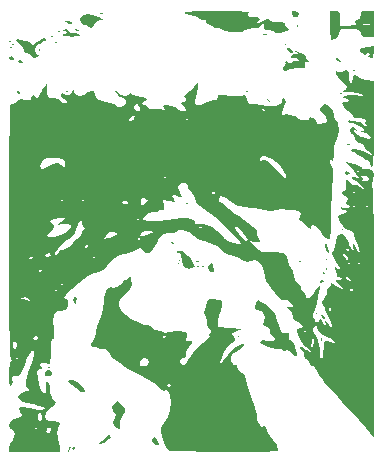
<source format=gbr>
%TF.GenerationSoftware,KiCad,Pcbnew,(7.0.0)*%
%TF.CreationDate,2023-10-03T11:42:16+02:00*%
%TF.ProjectId,Lichten-PCB,4c696368-7465-46e2-9d50-43422e6b6963,rev?*%
%TF.SameCoordinates,Original*%
%TF.FileFunction,Legend,Bot*%
%TF.FilePolarity,Positive*%
%FSLAX46Y46*%
G04 Gerber Fmt 4.6, Leading zero omitted, Abs format (unit mm)*
G04 Created by KiCad (PCBNEW (7.0.0)) date 2023-10-03 11:42:16*
%MOMM*%
%LPD*%
G01*
G04 APERTURE LIST*
G04 APERTURE END LIST*
%TO.C,G\u002A\u002A\u002A*%
G36*
X159029730Y-84988919D02*
G01*
X158961081Y-85057568D01*
X158892433Y-84988919D01*
X158961081Y-84920270D01*
X159029730Y-84988919D01*
G37*
G36*
X158068649Y-98444054D02*
G01*
X158000000Y-98512703D01*
X157931352Y-98444054D01*
X158000000Y-98375405D01*
X158068649Y-98444054D01*
G37*
G36*
X157931352Y-86911081D02*
G01*
X157862703Y-86979730D01*
X157794054Y-86911081D01*
X157862703Y-86842432D01*
X157931352Y-86911081D01*
G37*
G36*
X157382162Y-83341351D02*
G01*
X157313514Y-83410000D01*
X157244865Y-83341351D01*
X157313514Y-83272703D01*
X157382162Y-83341351D01*
G37*
G36*
X155871892Y-105583513D02*
G01*
X155803243Y-105652162D01*
X155734595Y-105583513D01*
X155803243Y-105514865D01*
X155871892Y-105583513D01*
G37*
G36*
X154498919Y-101190000D02*
G01*
X154430270Y-101258649D01*
X154361622Y-101190000D01*
X154430270Y-101121351D01*
X154498919Y-101190000D01*
G37*
G36*
X153263243Y-82792162D02*
G01*
X153194595Y-82860811D01*
X153125946Y-82792162D01*
X153194595Y-82723513D01*
X153263243Y-82792162D01*
G37*
G36*
X149968108Y-86773784D02*
G01*
X149899460Y-86842432D01*
X149830811Y-86773784D01*
X149899460Y-86705135D01*
X149968108Y-86773784D01*
G37*
G36*
X149281622Y-107505676D02*
G01*
X149212973Y-107574324D01*
X149144325Y-107505676D01*
X149212973Y-107437027D01*
X149281622Y-107505676D01*
G37*
G36*
X146261081Y-101601892D02*
G01*
X146192433Y-101670540D01*
X146123784Y-101601892D01*
X146192433Y-101533243D01*
X146261081Y-101601892D01*
G37*
G36*
X145849189Y-101601892D02*
G01*
X145780541Y-101670540D01*
X145711892Y-101601892D01*
X145780541Y-101533243D01*
X145849189Y-101601892D01*
G37*
G36*
X144888108Y-96247297D02*
G01*
X144819460Y-96315946D01*
X144750811Y-96247297D01*
X144819460Y-96178649D01*
X144888108Y-96247297D01*
G37*
G36*
X144201622Y-101327297D02*
G01*
X144132973Y-101395946D01*
X144064325Y-101327297D01*
X144132973Y-101258649D01*
X144201622Y-101327297D01*
G37*
G36*
X135140000Y-81556486D02*
G01*
X135071352Y-81625135D01*
X135002703Y-81556486D01*
X135071352Y-81487838D01*
X135140000Y-81556486D01*
G37*
G36*
X134728108Y-86773784D02*
G01*
X134659460Y-86842432D01*
X134590811Y-86773784D01*
X134659460Y-86705135D01*
X134728108Y-86773784D01*
G37*
G36*
X134041622Y-80458108D02*
G01*
X133972973Y-80526757D01*
X133904325Y-80458108D01*
X133972973Y-80389459D01*
X134041622Y-80458108D01*
G37*
G36*
X133492433Y-82105676D02*
G01*
X133423784Y-82174324D01*
X133355135Y-82105676D01*
X133423784Y-82037027D01*
X133492433Y-82105676D01*
G37*
G36*
X133217838Y-110114324D02*
G01*
X133149189Y-110182973D01*
X133080541Y-110114324D01*
X133149189Y-110045676D01*
X133217838Y-110114324D01*
G37*
G36*
X130334595Y-86636486D02*
G01*
X130265946Y-86705135D01*
X130197297Y-86636486D01*
X130265946Y-86567838D01*
X130334595Y-86636486D01*
G37*
G36*
X130197297Y-82792162D02*
G01*
X130128649Y-82860811D01*
X130060000Y-82792162D01*
X130128649Y-82723513D01*
X130197297Y-82792162D01*
G37*
G36*
X129922703Y-82517568D02*
G01*
X129854054Y-82586216D01*
X129785406Y-82517568D01*
X129854054Y-82448919D01*
X129922703Y-82517568D01*
G37*
G36*
X158643581Y-91279453D02*
G01*
X158707132Y-91328873D01*
X158560631Y-91362404D01*
X158421375Y-91352696D01*
X158380428Y-91290293D01*
X158429002Y-91263086D01*
X158643581Y-91279453D01*
G37*
G36*
X156695676Y-101807838D02*
G01*
X156685767Y-101880523D01*
X156604144Y-101899369D01*
X156587713Y-101879246D01*
X156604144Y-101716306D01*
X156645441Y-101694827D01*
X156695676Y-101807838D01*
G37*
G36*
X156695676Y-100984054D02*
G01*
X156685767Y-101056739D01*
X156604144Y-101075586D01*
X156587713Y-101055462D01*
X156604144Y-100892522D01*
X156645441Y-100871043D01*
X156695676Y-100984054D01*
G37*
G36*
X156512613Y-102128198D02*
G01*
X156534093Y-102169495D01*
X156421081Y-102219730D01*
X156348397Y-102209821D01*
X156329550Y-102128198D01*
X156349673Y-102111766D01*
X156512613Y-102128198D01*
G37*
G36*
X156272945Y-107768829D02*
G01*
X156263237Y-107908084D01*
X156200834Y-107949031D01*
X156173626Y-107900457D01*
X156189994Y-107685878D01*
X156239414Y-107622328D01*
X156272945Y-107768829D01*
G37*
G36*
X154224325Y-81213243D02*
G01*
X154214416Y-81285928D01*
X154132793Y-81304775D01*
X154116361Y-81284651D01*
X154132793Y-81121712D01*
X154174090Y-81100232D01*
X154224325Y-81213243D01*
G37*
G36*
X151650000Y-81946098D02*
G01*
X151673290Y-81993772D01*
X151478379Y-82015348D01*
X151289509Y-81996210D01*
X151306757Y-81946098D01*
X151368905Y-81927964D01*
X151650000Y-81946098D01*
G37*
G36*
X145874933Y-101164859D02*
G01*
X145938483Y-101214279D01*
X145791982Y-101247809D01*
X145652727Y-101238101D01*
X145611779Y-101175698D01*
X145660353Y-101148491D01*
X145874933Y-101164859D01*
G37*
G36*
X144293153Y-101029820D02*
G01*
X144314633Y-101071116D01*
X144201622Y-101121351D01*
X144128937Y-101111443D01*
X144110090Y-101029820D01*
X144130214Y-101013388D01*
X144293153Y-101029820D01*
G37*
G36*
X137702883Y-80160631D02*
G01*
X137724363Y-80201927D01*
X137611352Y-80252162D01*
X137538667Y-80242254D01*
X137519820Y-80160631D01*
X137539943Y-80144199D01*
X137702883Y-80160631D01*
G37*
G36*
X134133153Y-81670901D02*
G01*
X134154633Y-81712197D01*
X134041622Y-81762432D01*
X133968937Y-81752524D01*
X133950090Y-81670901D01*
X133970214Y-81654469D01*
X134133153Y-81670901D01*
G37*
G36*
X133858559Y-82631982D02*
G01*
X133880038Y-82673279D01*
X133767027Y-82723513D01*
X133694342Y-82713605D01*
X133675496Y-82631982D01*
X133695619Y-82615550D01*
X133858559Y-82631982D01*
G37*
G36*
X132394054Y-83272703D02*
G01*
X132384146Y-83345387D01*
X132302523Y-83364234D01*
X132286091Y-83344111D01*
X132302523Y-83181171D01*
X132343819Y-83159691D01*
X132394054Y-83272703D01*
G37*
G36*
X130014234Y-83043874D02*
G01*
X130035714Y-83085170D01*
X129922703Y-83135405D01*
X129850018Y-83125497D01*
X129831171Y-83043874D01*
X129851295Y-83027442D01*
X130014234Y-83043874D01*
G37*
G36*
X135720981Y-81602007D02*
G01*
X135727351Y-81608478D01*
X135752833Y-81693226D01*
X135540886Y-81662039D01*
X135363952Y-81587718D01*
X135395825Y-81516977D01*
X135483632Y-81505222D01*
X135720981Y-81602007D01*
G37*
G36*
X135322865Y-116880990D02*
G01*
X135340083Y-117057325D01*
X135304132Y-117109992D01*
X135185248Y-117169458D01*
X135140000Y-116971086D01*
X135160137Y-116873106D01*
X135279537Y-116843276D01*
X135322865Y-116880990D01*
G37*
G36*
X134991225Y-116890169D02*
G01*
X134955325Y-117110565D01*
X134862434Y-117290296D01*
X134797276Y-117282915D01*
X134827048Y-117042392D01*
X134886273Y-116885263D01*
X134968453Y-116830525D01*
X134991225Y-116890169D01*
G37*
G36*
X158506633Y-93585490D02*
G01*
X158617838Y-93707297D01*
X158594603Y-93770458D01*
X158411892Y-93844595D01*
X158317151Y-93829105D01*
X158205946Y-93707297D01*
X158229181Y-93644137D01*
X158411892Y-93570000D01*
X158506633Y-93585490D01*
G37*
G36*
X157604628Y-83951085D02*
G01*
X157828379Y-84118266D01*
X157892570Y-84190212D01*
X157973105Y-84344733D01*
X157861889Y-84346695D01*
X157593551Y-84186093D01*
X157460228Y-84051456D01*
X157464336Y-83933277D01*
X157604628Y-83951085D01*
G37*
G36*
X156333013Y-105732357D02*
G01*
X156448335Y-105793995D01*
X156558379Y-105941446D01*
X156554014Y-106001492D01*
X156474681Y-106045381D01*
X156281175Y-105854965D01*
X156247997Y-105814296D01*
X156184791Y-105697152D01*
X156333013Y-105732357D01*
G37*
G36*
X156322539Y-102772849D02*
G01*
X156421081Y-102906216D01*
X156394885Y-102971831D01*
X156207032Y-103043513D01*
X156108963Y-103023756D01*
X156077838Y-102906216D01*
X156105940Y-102868720D01*
X156291887Y-102768919D01*
X156322539Y-102772849D01*
G37*
G36*
X153467522Y-83154922D02*
G01*
X153609571Y-83206655D01*
X153778172Y-83375676D01*
X153791679Y-83514075D01*
X153672818Y-83516932D01*
X153434768Y-83326544D01*
X153341559Y-83230472D01*
X153296205Y-83137774D01*
X153467522Y-83154922D01*
G37*
G36*
X151692258Y-87397800D02*
G01*
X151821622Y-87528919D01*
X151847195Y-87577529D01*
X151837828Y-87666216D01*
X151813688Y-87660038D01*
X151684325Y-87528919D01*
X151658751Y-87480308D01*
X151668119Y-87391622D01*
X151692258Y-87397800D01*
G37*
G36*
X143597705Y-99480102D02*
G01*
X143721081Y-99611081D01*
X143742534Y-99664265D01*
X143660536Y-99748378D01*
X143620683Y-99743102D01*
X143515135Y-99611081D01*
X143516709Y-99580009D01*
X143575681Y-99473784D01*
X143597705Y-99480102D01*
G37*
G36*
X130793686Y-84176181D02*
G01*
X130971342Y-84275576D01*
X130988201Y-84326150D01*
X130846121Y-84371081D01*
X130737538Y-84357371D01*
X130547990Y-84245836D01*
X130535483Y-84216165D01*
X130609213Y-84153625D01*
X130793686Y-84176181D01*
G37*
G36*
X130554462Y-86711453D02*
G01*
X130677838Y-86842432D01*
X130699291Y-86895616D01*
X130617292Y-86979730D01*
X130577440Y-86974454D01*
X130471892Y-86842432D01*
X130473466Y-86811361D01*
X130532438Y-86705135D01*
X130554462Y-86711453D01*
G37*
G36*
X130087300Y-83845263D02*
G01*
X130197297Y-84023529D01*
X130168479Y-84125041D01*
X129991352Y-84146137D01*
X129894668Y-84094591D01*
X129785406Y-83944500D01*
X129808528Y-83888225D01*
X129991352Y-83821892D01*
X130087300Y-83845263D01*
G37*
G36*
X156726999Y-99817027D02*
G01*
X156822370Y-100018091D01*
X156905649Y-100329515D01*
X156883989Y-100483611D01*
X156741204Y-100415677D01*
X156624466Y-100232682D01*
X156562554Y-99903189D01*
X156569179Y-99703414D01*
X156610637Y-99641446D01*
X156726999Y-99817027D01*
G37*
G36*
X142188482Y-116170658D02*
G01*
X142373467Y-116439445D01*
X142454790Y-116632195D01*
X142441390Y-116751683D01*
X142249179Y-116747293D01*
X142071419Y-116672088D01*
X141915763Y-116395676D01*
X141913524Y-116221348D01*
X142013815Y-116095917D01*
X142188482Y-116170658D01*
G37*
G36*
X135437731Y-104223870D02*
G01*
X135520295Y-104398777D01*
X135486177Y-104663331D01*
X135451001Y-104749099D01*
X135372692Y-104816366D01*
X135253837Y-104643525D01*
X135191035Y-104490474D01*
X135247574Y-104253994D01*
X135286800Y-104221497D01*
X135437731Y-104223870D01*
G37*
G36*
X134880107Y-80828968D02*
G01*
X135071352Y-80938649D01*
X135085263Y-80965593D01*
X135040449Y-81060829D01*
X134845956Y-81051847D01*
X134590811Y-80938649D01*
X134544619Y-80907507D01*
X134489821Y-80825280D01*
X134685681Y-80803454D01*
X134880107Y-80828968D01*
G37*
G36*
X133273193Y-110375717D02*
G01*
X133440332Y-110549823D01*
X133441328Y-110763790D01*
X133260000Y-110902822D01*
X133114611Y-110916920D01*
X132890688Y-110854979D01*
X132856432Y-110817565D01*
X132828974Y-110604069D01*
X132960127Y-110407007D01*
X133181522Y-110346024D01*
X133273193Y-110375717D01*
G37*
G36*
X154239719Y-80030357D02*
G01*
X154369448Y-80206943D01*
X154270090Y-80435225D01*
X154125243Y-80504670D01*
X153916661Y-80524593D01*
X153812433Y-80469337D01*
X153801789Y-80413609D01*
X153729095Y-80194743D01*
X153718503Y-80164165D01*
X153750451Y-80018386D01*
X154003689Y-79977568D01*
X154239719Y-80030357D01*
G37*
G36*
X147025020Y-101484588D02*
G01*
X147149205Y-101876486D01*
X147158635Y-101916618D01*
X147096014Y-102059227D01*
X146910428Y-102059667D01*
X146701137Y-101910422D01*
X146635580Y-101753327D01*
X146749196Y-101477455D01*
X146762958Y-101458557D01*
X146873236Y-101316863D01*
X146946810Y-101311793D01*
X147025020Y-101484588D01*
G37*
G36*
X135136321Y-111251525D02*
G01*
X135172515Y-111258081D01*
X135505908Y-111394755D01*
X135853760Y-111631371D01*
X136127455Y-111897786D01*
X136238379Y-112123857D01*
X136237838Y-112135600D01*
X136126559Y-112235091D01*
X135898438Y-112206429D01*
X135664672Y-112061667D01*
X135429903Y-111864745D01*
X135105676Y-111633985D01*
X134942035Y-111519945D01*
X134753464Y-111330082D01*
X134818336Y-111239236D01*
X135136321Y-111251525D01*
G37*
G36*
X138328412Y-115928716D02*
G01*
X138369000Y-116125375D01*
X138345743Y-116180427D01*
X138226464Y-116203209D01*
X138011802Y-116372793D01*
X137782389Y-116543279D01*
X137508379Y-116632893D01*
X137409038Y-116622142D01*
X137402324Y-116545757D01*
X137611352Y-116361351D01*
X137619841Y-116354732D01*
X137884599Y-116168635D01*
X138047501Y-116089810D01*
X138104000Y-116051897D01*
X138190350Y-115846486D01*
X138205380Y-115782694D01*
X138256390Y-115728063D01*
X138328412Y-115928716D01*
G37*
G36*
X160677297Y-83461101D02*
G01*
X160677080Y-83495505D01*
X160625953Y-83846677D01*
X160479454Y-83959189D01*
X160280806Y-83905311D01*
X160190378Y-83766816D01*
X160298874Y-83638512D01*
X160361712Y-83593071D01*
X160231081Y-83558136D01*
X160102949Y-83578385D01*
X159990811Y-83715105D01*
X159989701Y-83728410D01*
X159893521Y-83741031D01*
X159689520Y-83581622D01*
X159501183Y-83370588D01*
X159477735Y-83229719D01*
X159666913Y-83137634D01*
X160098938Y-83055496D01*
X160677297Y-82963013D01*
X160677297Y-83461101D01*
G37*
G36*
X136911777Y-80312911D02*
G01*
X137377899Y-80490550D01*
X137817297Y-80728938D01*
X137452638Y-80773019D01*
X137187647Y-80862341D01*
X137005022Y-81147622D01*
X136992680Y-81190327D01*
X136828845Y-81387935D01*
X136572297Y-81351525D01*
X136262521Y-81084454D01*
X136166800Y-80987453D01*
X136167651Y-81041622D01*
X136203211Y-81132130D01*
X136167332Y-81212759D01*
X136029982Y-81143010D01*
X135862567Y-80945402D01*
X135785851Y-80753426D01*
X135849096Y-80502890D01*
X136093649Y-80335208D01*
X136465785Y-80266506D01*
X136911777Y-80312911D01*
G37*
G36*
X144495649Y-100326586D02*
G01*
X144613514Y-100411664D01*
X144707462Y-100540172D01*
X144956757Y-100709459D01*
X145189090Y-100898402D01*
X145300000Y-101136449D01*
X145320151Y-101269598D01*
X145451956Y-101473654D01*
X145522376Y-101549716D01*
X145417631Y-101685600D01*
X145043492Y-101798265D01*
X144629816Y-101683521D01*
X144569961Y-101637544D01*
X144468692Y-101473668D01*
X144403703Y-101173157D01*
X144356441Y-100667032D01*
X144323843Y-100540261D01*
X144211109Y-100497650D01*
X144161603Y-100516307D01*
X143997060Y-100437104D01*
X144026767Y-100341602D01*
X144262168Y-100297568D01*
X144495649Y-100326586D01*
G37*
G36*
X139096321Y-113104883D02*
G01*
X139145924Y-113226912D01*
X139321622Y-113340811D01*
X139449973Y-113389129D01*
X139570231Y-113609735D01*
X139576604Y-113909900D01*
X139451888Y-114178934D01*
X139346268Y-114329215D01*
X139214571Y-114709143D01*
X139131082Y-115297297D01*
X139047974Y-115403608D01*
X138877489Y-115331469D01*
X138700545Y-115108513D01*
X138615667Y-114817804D01*
X138723694Y-114481746D01*
X138780658Y-114369186D01*
X138830389Y-114159321D01*
X138713047Y-114029347D01*
X138544051Y-113857978D01*
X138525782Y-113548773D01*
X138756788Y-113184632D01*
X138921710Y-113018753D01*
X139041239Y-112967663D01*
X139096321Y-113104883D01*
G37*
G36*
X134728860Y-81562393D02*
G01*
X134821581Y-81687961D01*
X134826343Y-81716012D01*
X134989391Y-81813269D01*
X135314497Y-81873865D01*
X135418685Y-81885038D01*
X135687990Y-81949234D01*
X135760755Y-82032307D01*
X135713534Y-82067971D01*
X135468030Y-82125160D01*
X135108972Y-82149664D01*
X134732935Y-82141693D01*
X134436492Y-82101457D01*
X134316216Y-82029165D01*
X134342353Y-81967375D01*
X134530265Y-81899730D01*
X134628246Y-81879593D01*
X134658076Y-81760193D01*
X134620362Y-81716865D01*
X134444027Y-81699647D01*
X134399494Y-81718549D01*
X134316216Y-81641771D01*
X134364221Y-81567075D01*
X134581310Y-81524872D01*
X134728860Y-81562393D01*
G37*
G36*
X132943243Y-82465125D02*
G01*
X132932665Y-82511291D01*
X132805946Y-82517568D01*
X132753644Y-82495139D01*
X132668649Y-82563229D01*
X132582509Y-82671085D01*
X132325406Y-82779894D01*
X132246741Y-82802689D01*
X132037210Y-82956981D01*
X131982162Y-83275318D01*
X131982398Y-83305399D01*
X132040843Y-83598614D01*
X132222433Y-83686697D01*
X132253212Y-83687141D01*
X132382976Y-83715492D01*
X132256757Y-83821892D01*
X132111318Y-83906607D01*
X131892176Y-83932727D01*
X131656081Y-83750791D01*
X131504503Y-83636387D01*
X131286945Y-83579170D01*
X131186856Y-83552542D01*
X131082554Y-83353614D01*
X131077476Y-83330300D01*
X130925888Y-83061490D01*
X130652424Y-82782407D01*
X130593363Y-82733709D01*
X130383962Y-82524771D01*
X130334595Y-82404491D01*
X130490932Y-82372205D01*
X130817649Y-82409178D01*
X131203315Y-82499978D01*
X131543741Y-82619455D01*
X131734737Y-82742459D01*
X131844056Y-82852960D01*
X131935408Y-82757838D01*
X131973589Y-82694659D01*
X132182738Y-82586216D01*
X132302495Y-82555105D01*
X132530097Y-82381782D01*
X132657381Y-82276970D01*
X132854493Y-82273369D01*
X132943243Y-82465125D01*
G37*
G36*
X154089290Y-83366575D02*
G01*
X154395946Y-83501136D01*
X154511505Y-83558342D01*
X154796666Y-83751002D01*
X154910811Y-83915970D01*
X154922039Y-83987269D01*
X155048108Y-84096486D01*
X155089339Y-84103530D01*
X155185406Y-84248473D01*
X155163294Y-84311688D01*
X154999664Y-84329184D01*
X154877215Y-84336827D01*
X154846554Y-84555174D01*
X154852307Y-84630890D01*
X154810736Y-84775658D01*
X154630061Y-84836981D01*
X154242836Y-84847521D01*
X154071115Y-84852262D01*
X153635388Y-84913214D01*
X153331892Y-85022790D01*
X153218383Y-85092294D01*
X153072971Y-85106916D01*
X153009514Y-84894489D01*
X153012826Y-84691958D01*
X153113342Y-84535462D01*
X153162150Y-84509247D01*
X153187347Y-84359354D01*
X153169038Y-84316907D01*
X153243699Y-84233784D01*
X153298920Y-84246324D01*
X153447295Y-84405405D01*
X153519646Y-84504687D01*
X153642940Y-84398158D01*
X153715197Y-84318335D01*
X153893663Y-84242795D01*
X154045666Y-84260277D01*
X154267069Y-84219811D01*
X154292973Y-84096486D01*
X154153476Y-84007489D01*
X153856167Y-83959189D01*
X153745594Y-83956557D01*
X153594845Y-83907752D01*
X153663372Y-83767417D01*
X153812072Y-83667794D01*
X154126400Y-83647278D01*
X154308419Y-83686447D01*
X154342385Y-83655382D01*
X154155676Y-83492865D01*
X154103428Y-83449440D01*
X154001405Y-83349674D01*
X154089290Y-83366575D01*
G37*
G36*
X160677297Y-81152306D02*
G01*
X160677297Y-82174324D01*
X160137657Y-82174324D01*
X159823011Y-82157662D01*
X159627338Y-82069276D01*
X159554144Y-81865405D01*
X159515761Y-81718649D01*
X159396139Y-81607735D01*
X159134454Y-81548838D01*
X158664440Y-81515929D01*
X158516493Y-81508972D01*
X158112972Y-81500919D01*
X157894224Y-81542362D01*
X157789637Y-81661162D01*
X157728602Y-81885179D01*
X157599013Y-82189749D01*
X157407405Y-82356025D01*
X157284389Y-82387128D01*
X157073243Y-82432992D01*
X157050059Y-82404785D01*
X157009121Y-82172316D01*
X156980830Y-81755066D01*
X156970270Y-81213243D01*
X156970270Y-79977568D01*
X157382162Y-79977568D01*
X157563489Y-79982975D01*
X157722138Y-80045049D01*
X157783650Y-80236428D01*
X157793867Y-80629730D01*
X157793680Y-81281892D01*
X158568994Y-81233702D01*
X158897202Y-81202315D01*
X159149297Y-81144510D01*
X159151715Y-81136454D01*
X159703959Y-81136454D01*
X159776890Y-81167568D01*
X160059460Y-81178619D01*
X160209200Y-81175058D01*
X160374224Y-81152306D01*
X160298129Y-81116138D01*
X160078650Y-81093335D01*
X159748940Y-81118909D01*
X159703959Y-81136454D01*
X159151715Y-81136454D01*
X159169429Y-81077430D01*
X159069404Y-80923978D01*
X159151135Y-80746772D01*
X159381076Y-80664054D01*
X159509981Y-80593058D01*
X159578919Y-80320811D01*
X159579115Y-80290919D01*
X159617009Y-80084671D01*
X159774275Y-79996302D01*
X160128108Y-79977568D01*
X160677297Y-79977568D01*
X160677297Y-81075946D01*
X160677297Y-81152306D01*
G37*
G36*
X153880304Y-108054865D02*
G01*
X154012469Y-108398108D01*
X154085643Y-108659126D01*
X154175822Y-108981622D01*
X154193607Y-109071946D01*
X154140676Y-109209305D01*
X153976425Y-109159166D01*
X153760175Y-108929034D01*
X153582913Y-108752023D01*
X153271849Y-108710234D01*
X153098951Y-108734183D01*
X152988649Y-108682732D01*
X152987402Y-108675128D01*
X152846278Y-108608384D01*
X152542433Y-108580741D01*
X152431711Y-108577878D01*
X151950508Y-108511327D01*
X151510977Y-108378303D01*
X151190507Y-108207753D01*
X151084653Y-108054865D01*
X152576757Y-108054865D01*
X152645406Y-108123513D01*
X152714054Y-108054865D01*
X152645406Y-107986216D01*
X152576757Y-108054865D01*
X151084653Y-108054865D01*
X151066487Y-108028628D01*
X151112222Y-107906448D01*
X151296911Y-107869132D01*
X151684325Y-107910391D01*
X152059650Y-107951315D01*
X152252100Y-107917507D01*
X152302162Y-107793513D01*
X152237097Y-107627441D01*
X152009019Y-107427100D01*
X151845514Y-107301043D01*
X151860018Y-107181129D01*
X151911944Y-107120970D01*
X151880536Y-106939032D01*
X151712319Y-106761675D01*
X151478379Y-106681892D01*
X151382116Y-106654333D01*
X151319777Y-106475946D01*
X151357674Y-106305218D01*
X151416122Y-105926309D01*
X151384454Y-105687629D01*
X151256766Y-105497554D01*
X151083988Y-105363694D01*
X150865358Y-105326069D01*
X150806704Y-105341299D01*
X150649606Y-105262287D01*
X150612915Y-105024464D01*
X150715439Y-104705664D01*
X150804463Y-104552791D01*
X150928601Y-104474942D01*
X151102698Y-104609609D01*
X151257022Y-104741940D01*
X151434247Y-104832403D01*
X151604432Y-104906762D01*
X151869987Y-105122750D01*
X152138857Y-105403809D01*
X152337665Y-105672081D01*
X152393032Y-105849710D01*
X152374774Y-105929239D01*
X152433603Y-106150297D01*
X152457355Y-106182319D01*
X152578774Y-106432264D01*
X152712453Y-106798006D01*
X152842095Y-107130842D01*
X152990124Y-107267404D01*
X153223465Y-107260607D01*
X153439656Y-107237587D01*
X153520292Y-107333468D01*
X153483266Y-107625034D01*
X153473099Y-107681287D01*
X153457972Y-107893666D01*
X153515825Y-107876744D01*
X153531249Y-107854866D01*
X153687350Y-107802115D01*
X153856067Y-107991919D01*
X153880304Y-108054865D01*
G37*
G36*
X147721201Y-79998632D02*
G01*
X148536452Y-80004711D01*
X149222203Y-80015639D01*
X149742182Y-80030513D01*
X150060115Y-80048433D01*
X150139730Y-80068497D01*
X150071918Y-80111779D01*
X149968108Y-80332252D01*
X149975917Y-80379089D01*
X150139505Y-80491593D01*
X150538577Y-80526757D01*
X150742590Y-80527721D01*
X150977380Y-80549393D01*
X151002220Y-80628256D01*
X150860541Y-80801351D01*
X150743753Y-80972867D01*
X150778429Y-81074859D01*
X150968870Y-81041806D01*
X151264350Y-80865633D01*
X151404259Y-80776727D01*
X151652170Y-80679909D01*
X151827563Y-80671698D01*
X151842835Y-80767027D01*
X151839254Y-80774876D01*
X151934639Y-80847613D01*
X152212300Y-80886637D01*
X152393769Y-80895012D01*
X152882630Y-80943974D01*
X153132841Y-81028085D01*
X153171619Y-81154959D01*
X153181221Y-81263675D01*
X153358326Y-81411400D01*
X153482766Y-81469975D01*
X153486727Y-81556115D01*
X153263243Y-81698847D01*
X153040702Y-81799281D01*
X152689829Y-81883290D01*
X152413936Y-81872973D01*
X152302162Y-81762432D01*
X152298012Y-81744414D01*
X152139245Y-81659619D01*
X151821622Y-81625135D01*
X151481141Y-81587425D01*
X151331124Y-81425822D01*
X151337832Y-81075946D01*
X151339908Y-81056353D01*
X151280024Y-81010101D01*
X151087980Y-81190155D01*
X150818351Y-81408304D01*
X150405639Y-81468018D01*
X150072733Y-81491067D01*
X149764790Y-81622954D01*
X149491579Y-81736516D01*
X149039145Y-81789745D01*
X148528954Y-81773781D01*
X148068206Y-81692537D01*
X147764103Y-81549927D01*
X147584175Y-81444351D01*
X147311824Y-81430124D01*
X147176469Y-81448698D01*
X147002684Y-81296137D01*
X146908424Y-81173214D01*
X146643595Y-81075946D01*
X146479871Y-81043010D01*
X146442066Y-80885540D01*
X146442944Y-80762573D01*
X146250809Y-80764256D01*
X146094679Y-80776311D01*
X145986487Y-80685359D01*
X145963991Y-80639035D01*
X145756752Y-80509744D01*
X145402973Y-80389754D01*
X145074079Y-80303176D01*
X144757255Y-80203400D01*
X144627224Y-80127398D01*
X144698610Y-80072133D01*
X144986038Y-80034568D01*
X145504131Y-80011665D01*
X146267514Y-80000388D01*
X147290811Y-79997699D01*
X147721201Y-79998632D01*
G37*
G36*
X158428850Y-85014424D02*
G01*
X158467507Y-85032822D01*
X158589141Y-85221612D01*
X158594039Y-85609567D01*
X158582566Y-85767194D01*
X158606887Y-86019975D01*
X158718775Y-86055909D01*
X158809890Y-85983248D01*
X158892433Y-85737468D01*
X158933409Y-85516194D01*
X159086347Y-85400162D01*
X159293192Y-85524694D01*
X159354502Y-85576670D01*
X159654109Y-85709682D01*
X160062496Y-85805981D01*
X160674522Y-85897760D01*
X160667926Y-89527934D01*
X160667342Y-89762858D01*
X160657935Y-90980675D01*
X160638345Y-91930786D01*
X160608641Y-92611513D01*
X160568890Y-93021180D01*
X160519162Y-93158108D01*
X160422737Y-93106282D01*
X160305187Y-92883513D01*
X160227863Y-92723949D01*
X160043446Y-92608919D01*
X159963771Y-92597558D01*
X159853514Y-92486506D01*
X159767293Y-92383950D01*
X159510270Y-92277944D01*
X159283524Y-92187251D01*
X159167027Y-92057114D01*
X159143813Y-91995183D01*
X158961081Y-91922432D01*
X158866340Y-91906942D01*
X158755135Y-91785135D01*
X158826771Y-91681208D01*
X159083162Y-91655363D01*
X159460409Y-91738561D01*
X159889374Y-91922432D01*
X160271477Y-92114002D01*
X160483910Y-92183361D01*
X160471348Y-92102549D01*
X160231081Y-91871966D01*
X160182241Y-91828908D01*
X159948573Y-91586517D01*
X159853514Y-91421694D01*
X159853059Y-91415611D01*
X159726025Y-91282968D01*
X159441622Y-91140676D01*
X159157406Y-90977930D01*
X159029730Y-90698683D01*
X158991359Y-90527108D01*
X158838308Y-90412162D01*
X158720337Y-90348507D01*
X158666687Y-90090762D01*
X158733945Y-89858946D01*
X158928897Y-89832741D01*
X159060874Y-89883242D01*
X159260338Y-90040175D01*
X159269875Y-90116834D01*
X159090762Y-90084994D01*
X159005585Y-90063864D01*
X159017134Y-90148263D01*
X159239861Y-90395371D01*
X159351823Y-90501602D01*
X159580329Y-90671896D01*
X159691683Y-90682173D01*
X159776445Y-90641075D01*
X159994358Y-90720835D01*
X160172117Y-90799673D01*
X160347375Y-90787850D01*
X160385078Y-90691007D01*
X160281570Y-90503804D01*
X160039123Y-90337948D01*
X159733729Y-90258938D01*
X159707563Y-90257666D01*
X159526022Y-90229344D01*
X159613243Y-90180222D01*
X159740703Y-90132404D01*
X159850136Y-90024527D01*
X159806459Y-89961669D01*
X159583134Y-89809969D01*
X159256128Y-89642445D01*
X158922884Y-89506887D01*
X158680844Y-89451081D01*
X158591186Y-89435482D01*
X158480541Y-89304532D01*
X158540351Y-89229343D01*
X158789460Y-89263458D01*
X159015958Y-89323724D01*
X159407297Y-89375683D01*
X159599890Y-89417573D01*
X159716216Y-89554054D01*
X159753111Y-89644833D01*
X159956487Y-89723573D01*
X159988739Y-89723097D01*
X160117277Y-89694267D01*
X159990811Y-89586276D01*
X159860174Y-89456326D01*
X159968093Y-89332832D01*
X159990706Y-89317456D01*
X160036948Y-89216039D01*
X159830796Y-89128761D01*
X159594481Y-89079808D01*
X159201352Y-89041064D01*
X159013959Y-89005074D01*
X158926757Y-88885384D01*
X158928037Y-88866977D01*
X158815700Y-88691173D01*
X158549189Y-88490000D01*
X158504029Y-88462457D01*
X158254910Y-88259748D01*
X158171622Y-88094616D01*
X158174466Y-88041351D01*
X158060546Y-87940811D01*
X158010886Y-87930031D01*
X158000000Y-87803513D01*
X158093248Y-87727483D01*
X158359449Y-87666216D01*
X158508272Y-87638002D01*
X158549189Y-87528919D01*
X158440647Y-87447034D01*
X158163519Y-87387447D01*
X158068605Y-87384763D01*
X157955329Y-87351413D01*
X158088961Y-87251169D01*
X158163370Y-87214194D01*
X158594498Y-87110635D01*
X159113467Y-87095066D01*
X159578919Y-87174737D01*
X159787873Y-87222344D01*
X159816626Y-87177285D01*
X159623633Y-87048861D01*
X159220027Y-86901686D01*
X158764211Y-86810641D01*
X158382915Y-86808338D01*
X158159036Y-86840966D01*
X158089407Y-86802150D01*
X158225285Y-86638589D01*
X158292412Y-86563863D01*
X158358037Y-86415944D01*
X158271234Y-86244531D01*
X158005835Y-85969889D01*
X157894820Y-85857065D01*
X157622351Y-85533826D01*
X157470079Y-85282564D01*
X157441408Y-85188363D01*
X157479134Y-85079591D01*
X157715439Y-85111446D01*
X157954397Y-85134434D01*
X158133280Y-85064068D01*
X158202293Y-85009490D01*
X158428850Y-85014424D01*
G37*
G36*
X143005148Y-107231081D02*
G01*
X143018848Y-107233265D01*
X143320581Y-107157684D01*
X143375239Y-107139148D01*
X143816964Y-107072190D01*
X144313367Y-107093443D01*
X144531950Y-107128114D01*
X144781470Y-107201642D01*
X144854508Y-107336952D01*
X144826123Y-107521140D01*
X144814321Y-107597720D01*
X144771461Y-107842243D01*
X144818241Y-107956882D01*
X145011495Y-107921983D01*
X145057405Y-107908491D01*
X145263630Y-107911339D01*
X145258793Y-108082222D01*
X145042440Y-108413917D01*
X144860807Y-108660384D01*
X144768809Y-108876125D01*
X144750811Y-109153243D01*
X144727922Y-109249109D01*
X144552968Y-109359189D01*
X144379835Y-109398133D01*
X144250228Y-109586123D01*
X144293346Y-109705615D01*
X144343911Y-109845744D01*
X144397365Y-109907680D01*
X144538929Y-110015058D01*
X144674986Y-109968622D01*
X144847608Y-109737430D01*
X145098870Y-109290542D01*
X145164466Y-109172755D01*
X145604376Y-108572514D01*
X146171725Y-108120721D01*
X146404086Y-107965009D01*
X146696971Y-107704914D01*
X146765968Y-107519612D01*
X146749830Y-107423682D01*
X146843958Y-107183664D01*
X146909854Y-107063568D01*
X146764580Y-106946298D01*
X146614658Y-106808242D01*
X146535676Y-106467717D01*
X146498614Y-106139550D01*
X146371860Y-105717439D01*
X146289923Y-105454911D01*
X146337536Y-105264762D01*
X146369056Y-105238381D01*
X146481951Y-105034324D01*
X146567531Y-104659566D01*
X146724127Y-104395525D01*
X146908192Y-104340073D01*
X147137716Y-104390527D01*
X147498620Y-104416486D01*
X147694643Y-104426654D01*
X147841873Y-104523696D01*
X147840094Y-104794054D01*
X147798965Y-105060577D01*
X147763649Y-105205946D01*
X147760294Y-105211037D01*
X147719865Y-105366126D01*
X147715973Y-105386828D01*
X147599730Y-105594955D01*
X147584902Y-105615119D01*
X147522201Y-105848568D01*
X147496757Y-106210300D01*
X147496757Y-106722671D01*
X148481252Y-106821540D01*
X149465746Y-106920409D01*
X148996117Y-107119290D01*
X148926951Y-107148778D01*
X148672663Y-107275900D01*
X148636162Y-107375727D01*
X148784594Y-107508751D01*
X148853134Y-107560998D01*
X148949230Y-107683242D01*
X148877566Y-107824008D01*
X148614607Y-108059549D01*
X148497906Y-108170410D01*
X148171533Y-108583151D01*
X147910283Y-109044229D01*
X147897271Y-109073755D01*
X147711241Y-109536392D01*
X147644839Y-109796093D01*
X147698916Y-109838532D01*
X147874325Y-109649383D01*
X147906652Y-109607079D01*
X148327302Y-109073206D01*
X148646090Y-108713262D01*
X148911855Y-108477057D01*
X149173438Y-108314404D01*
X149209212Y-108296277D01*
X149494362Y-108180271D01*
X149646614Y-108168146D01*
X149629957Y-108253409D01*
X149468259Y-108450349D01*
X149220934Y-108679037D01*
X148966672Y-108868384D01*
X148784166Y-108947297D01*
X148772627Y-108947752D01*
X148619068Y-109072801D01*
X148551295Y-109341586D01*
X148578552Y-109640667D01*
X148710080Y-109856604D01*
X148861104Y-109936563D01*
X149061051Y-109943638D01*
X149109273Y-109926111D01*
X149087955Y-110025808D01*
X149076041Y-110059152D01*
X149155960Y-110270828D01*
X149415783Y-110544646D01*
X149514550Y-110630753D01*
X149727396Y-110847144D01*
X149784544Y-110961492D01*
X149779160Y-110977343D01*
X149810163Y-111182046D01*
X149910681Y-111563106D01*
X149947086Y-111682946D01*
X150060204Y-112055314D01*
X150238222Y-112593464D01*
X150424225Y-113112347D01*
X150597702Y-113546757D01*
X150642060Y-113657328D01*
X150770980Y-114109968D01*
X150810231Y-114490179D01*
X150809150Y-114514889D01*
X150868131Y-114816651D01*
X151019547Y-115058886D01*
X151203094Y-115174787D01*
X151358467Y-115097545D01*
X151387314Y-115078951D01*
X151493547Y-115191751D01*
X151615523Y-115486816D01*
X151637275Y-115550320D01*
X151850569Y-115986847D01*
X152112132Y-116332583D01*
X152130284Y-116350206D01*
X152349250Y-116598035D01*
X152439460Y-116767570D01*
X152449105Y-116848590D01*
X152523506Y-117107102D01*
X152525158Y-117111612D01*
X152523922Y-117169896D01*
X152457670Y-117216107D01*
X152300208Y-117251298D01*
X152025340Y-117276520D01*
X151606873Y-117292827D01*
X151018613Y-117301271D01*
X150234365Y-117302905D01*
X149227936Y-117298782D01*
X147973130Y-117289953D01*
X143338709Y-117253784D01*
X143063198Y-116884691D01*
X142988500Y-116766668D01*
X142806870Y-116337590D01*
X142687105Y-115854961D01*
X142672749Y-115757247D01*
X142643030Y-115368651D01*
X142707943Y-115115980D01*
X142890591Y-114889623D01*
X142936037Y-114840929D01*
X143219371Y-114362024D01*
X143402424Y-113742686D01*
X143462819Y-113091754D01*
X143378180Y-112518064D01*
X143281386Y-112258931D01*
X143156473Y-112082944D01*
X143022209Y-112115414D01*
X142937930Y-112158523D01*
X142742683Y-112095253D01*
X142460301Y-111819598D01*
X142400781Y-111757733D01*
X142304896Y-111682946D01*
X143129559Y-111682946D01*
X143138313Y-111760876D01*
X143309189Y-111830540D01*
X143422544Y-111808139D01*
X143488820Y-111682946D01*
X143470175Y-111642240D01*
X143309189Y-111535351D01*
X143271302Y-111541096D01*
X143129559Y-111682946D01*
X142304896Y-111682946D01*
X142023212Y-111463243D01*
X141477989Y-111129212D01*
X140836928Y-110800715D01*
X140511789Y-110643835D01*
X139999809Y-110375390D01*
X139607597Y-110142528D01*
X139400949Y-109982730D01*
X139222953Y-109818458D01*
X139146152Y-109773861D01*
X140838940Y-109773861D01*
X140865552Y-109958975D01*
X140987938Y-110020424D01*
X141274365Y-110037350D01*
X141501442Y-109954144D01*
X141506222Y-109949267D01*
X141603946Y-109705615D01*
X141530335Y-109466838D01*
X141323209Y-109359189D01*
X141195620Y-109387121D01*
X140974190Y-109550181D01*
X140838940Y-109773861D01*
X139146152Y-109773861D01*
X138884532Y-109621943D01*
X138668065Y-109484040D01*
X138446976Y-109184387D01*
X138282341Y-108875983D01*
X137973022Y-108618744D01*
X137617940Y-108601963D01*
X137443992Y-108628472D01*
X137336757Y-108544657D01*
X137251486Y-108448249D01*
X136993514Y-108398108D01*
X136880431Y-108395866D01*
X136688364Y-108348250D01*
X136701492Y-108200625D01*
X136911585Y-107903267D01*
X137070947Y-107607679D01*
X137074250Y-107574324D01*
X142828649Y-107574324D01*
X142830223Y-107605396D01*
X142889195Y-107711622D01*
X142911218Y-107705304D01*
X143034595Y-107574324D01*
X143056048Y-107521140D01*
X142974049Y-107437027D01*
X142934196Y-107442303D01*
X142828649Y-107574324D01*
X137074250Y-107574324D01*
X137101581Y-107298340D01*
X137101555Y-107231081D01*
X142279460Y-107231081D01*
X142348108Y-107299730D01*
X142416757Y-107231081D01*
X142348108Y-107162432D01*
X142279460Y-107231081D01*
X137101555Y-107231081D01*
X137101484Y-107051720D01*
X137225633Y-106716459D01*
X137340833Y-106502983D01*
X137562628Y-105911736D01*
X137734910Y-105215427D01*
X137826267Y-104528479D01*
X137851381Y-104251306D01*
X137972298Y-103714346D01*
X138170944Y-103423502D01*
X138441857Y-103388890D01*
X138581121Y-103400382D01*
X138879324Y-103330590D01*
X139184051Y-103190202D01*
X139404356Y-103025065D01*
X139449296Y-102881024D01*
X139442309Y-102825626D01*
X139587237Y-102768919D01*
X139725761Y-102728338D01*
X139934408Y-102528649D01*
X139988214Y-102439711D01*
X140060959Y-102384504D01*
X140078528Y-102586068D01*
X140093510Y-102781919D01*
X140160238Y-103085810D01*
X140153561Y-103202731D01*
X139987121Y-103499714D01*
X139655471Y-103886499D01*
X139535304Y-104011627D01*
X139203422Y-104401258D01*
X139057972Y-104703610D01*
X139079174Y-104988405D01*
X139247246Y-105325367D01*
X139309114Y-105409989D01*
X139644606Y-105712716D01*
X140126004Y-106033322D01*
X140665267Y-106322889D01*
X141174352Y-106532502D01*
X141565217Y-106613243D01*
X141769306Y-106651390D01*
X141946434Y-106796306D01*
X141988483Y-106870031D01*
X142182395Y-106984789D01*
X142231916Y-106987257D01*
X142607429Y-107061629D01*
X142840040Y-107202078D01*
X142842532Y-107205157D01*
X143005148Y-107231081D01*
G37*
G36*
X134369159Y-87734865D02*
G01*
X134420919Y-87769849D01*
X134633460Y-87793769D01*
X134728108Y-87675468D01*
X134675402Y-87583534D01*
X134453514Y-87460270D01*
X134294636Y-87360278D01*
X134178919Y-87102944D01*
X134180314Y-87043086D01*
X134241054Y-86906156D01*
X134444488Y-86974899D01*
X134717380Y-87092907D01*
X134937469Y-87060085D01*
X135109727Y-86808108D01*
X135147930Y-86731524D01*
X135237591Y-86611521D01*
X135268005Y-86734629D01*
X135280754Y-86827578D01*
X135453266Y-87073434D01*
X135764341Y-87171281D01*
X136135549Y-87111492D01*
X136488456Y-86884439D01*
X136745399Y-86720661D01*
X136970547Y-86780020D01*
X137087367Y-87082703D01*
X137124405Y-87263965D01*
X137240311Y-87417860D01*
X137495125Y-87533085D01*
X137954595Y-87652867D01*
X138336163Y-87758638D01*
X138702335Y-87900208D01*
X138884983Y-88024733D01*
X138950612Y-88078108D01*
X138994135Y-88113505D01*
X139277680Y-88101079D01*
X139630338Y-87907789D01*
X139696166Y-87808844D01*
X139666630Y-87573378D01*
X139501586Y-87350770D01*
X139260217Y-87246728D01*
X139214316Y-87237148D01*
X138979843Y-87082422D01*
X138717461Y-86800511D01*
X138381949Y-86361892D01*
X138717461Y-86653654D01*
X138799139Y-86723507D01*
X139287765Y-87074693D01*
X139642777Y-87192809D01*
X139870477Y-87080185D01*
X139916045Y-87021880D01*
X140064806Y-86943035D01*
X140285155Y-87062802D01*
X140599493Y-87196964D01*
X141001377Y-87254324D01*
X141129858Y-87259455D01*
X141395172Y-87327982D01*
X141444750Y-87446913D01*
X141249730Y-87578569D01*
X141081398Y-87701667D01*
X141068504Y-87863134D01*
X141254039Y-87940811D01*
X141365539Y-87967546D01*
X141546778Y-88155759D01*
X141600450Y-88244895D01*
X141790869Y-88315392D01*
X142165055Y-88280186D01*
X142565367Y-88252414D01*
X142936370Y-88367535D01*
X143000879Y-88415705D01*
X143006408Y-88419834D01*
X143099175Y-88475049D01*
X143000270Y-88352946D01*
X142910261Y-88235383D01*
X142828649Y-88049342D01*
X142895985Y-87987834D01*
X143141577Y-87978602D01*
X143479178Y-88035001D01*
X143814887Y-88139718D01*
X144054802Y-88275436D01*
X144132038Y-88337183D01*
X144411344Y-88466847D01*
X144649830Y-88471875D01*
X144743133Y-88352703D01*
X151203784Y-88352703D01*
X151209371Y-88390334D01*
X151349184Y-88490000D01*
X151398844Y-88479220D01*
X151409730Y-88352703D01*
X151381550Y-88311615D01*
X151264330Y-88215405D01*
X151250628Y-88218975D01*
X151203784Y-88352703D01*
X144743133Y-88352703D01*
X144750811Y-88342896D01*
X144701618Y-88203126D01*
X144520345Y-87965328D01*
X144413135Y-87853765D01*
X144365632Y-87742214D01*
X144520345Y-87690473D01*
X144584890Y-87669798D01*
X144727584Y-87519920D01*
X144732752Y-87340959D01*
X144582964Y-87254324D01*
X144571736Y-87253709D01*
X144568459Y-87178874D01*
X144754586Y-87017151D01*
X144761757Y-87012106D01*
X145094696Y-86731809D01*
X145420057Y-86393514D01*
X145475886Y-86329055D01*
X145687451Y-86118867D01*
X145800969Y-86061960D01*
X145804348Y-86165533D01*
X145752899Y-86470701D01*
X145652806Y-86896517D01*
X145573935Y-87242345D01*
X145515095Y-87635140D01*
X145521031Y-87861964D01*
X145527331Y-87875920D01*
X145711072Y-87976257D01*
X146015009Y-87949146D01*
X146329730Y-87802615D01*
X146501636Y-87719718D01*
X146829768Y-87609508D01*
X147165651Y-87523976D01*
X147377631Y-87501013D01*
X147420664Y-87474497D01*
X147446280Y-87283264D01*
X147445402Y-87269539D01*
X147511717Y-87108578D01*
X147771352Y-87097550D01*
X147984725Y-87122111D01*
X148471898Y-87152869D01*
X148984186Y-87162327D01*
X149422033Y-87149631D01*
X149685881Y-87113930D01*
X149849653Y-87160062D01*
X149961611Y-87460270D01*
X149964589Y-87475930D01*
X150048126Y-87738019D01*
X150222826Y-87855802D01*
X150580163Y-87893321D01*
X150599370Y-87894110D01*
X151128626Y-87934106D01*
X151645499Y-87998303D01*
X151874488Y-88027089D01*
X152390265Y-88016662D01*
X152729348Y-87887536D01*
X152851352Y-87651332D01*
X152873619Y-87506015D01*
X152980546Y-87391622D01*
X153143240Y-87453127D01*
X153194105Y-87690351D01*
X153062908Y-88067258D01*
X153059949Y-88073007D01*
X152947545Y-88352703D01*
X152915757Y-88431800D01*
X152879851Y-88627297D01*
X152862191Y-88723452D01*
X152879942Y-88840642D01*
X152933007Y-88826741D01*
X152994925Y-88771658D01*
X153252891Y-88730851D01*
X153604202Y-88761021D01*
X153940728Y-88848599D01*
X153983037Y-88874628D01*
X154154340Y-88980015D01*
X154228130Y-89049410D01*
X154353522Y-89107838D01*
X154494974Y-89173749D01*
X154811007Y-89233525D01*
X155074921Y-89216086D01*
X155185406Y-89108778D01*
X155189091Y-89060578D01*
X155275887Y-88996699D01*
X155527578Y-89086431D01*
X155757915Y-89242178D01*
X155870821Y-89432770D01*
X155928232Y-89545880D01*
X156180811Y-89537618D01*
X156390245Y-89486840D01*
X156592703Y-89452956D01*
X156648987Y-89438678D01*
X156694903Y-89280468D01*
X156591914Y-88999296D01*
X156359249Y-88660436D01*
X156333647Y-88629907D01*
X156140328Y-88369685D01*
X156116277Y-88204879D01*
X156243668Y-88039769D01*
X156378820Y-87924909D01*
X156563764Y-87896419D01*
X156854690Y-88020689D01*
X156962797Y-88083400D01*
X157230429Y-88389009D01*
X157256307Y-88813371D01*
X157264232Y-88890931D01*
X157383113Y-89108983D01*
X157610342Y-89510120D01*
X157681893Y-90111768D01*
X157506958Y-90784570D01*
X157419508Y-91003173D01*
X157295512Y-91388133D01*
X157255872Y-91636102D01*
X157256879Y-91647569D01*
X157265206Y-91942605D01*
X157258573Y-92334324D01*
X157246094Y-92529736D01*
X157198960Y-92685274D01*
X157107568Y-92608919D01*
X157063892Y-92548091D01*
X156992874Y-92540843D01*
X156972373Y-92780540D01*
X157008360Y-93039687D01*
X157106680Y-93158108D01*
X157110900Y-93158456D01*
X157172066Y-93302614D01*
X157190282Y-93689254D01*
X157172259Y-94104167D01*
X157164152Y-94290811D01*
X157131748Y-94877089D01*
X157115620Y-95286216D01*
X157101645Y-95640731D01*
X157077298Y-96481339D01*
X157062066Y-97299950D01*
X157059172Y-97495214D01*
X157041447Y-98164716D01*
X157014908Y-98718602D01*
X156982634Y-99103882D01*
X156947705Y-99267560D01*
X156854018Y-99296865D01*
X156618449Y-99227193D01*
X156387757Y-99070167D01*
X156283784Y-98894289D01*
X156216053Y-98713262D01*
X156000595Y-98439321D01*
X155730930Y-98202016D01*
X155504716Y-98100811D01*
X155432183Y-98109744D01*
X155338962Y-98203784D01*
X155344137Y-98239422D01*
X155328067Y-98429507D01*
X155190985Y-98394326D01*
X154918551Y-98131409D01*
X154810042Y-98017972D01*
X154543481Y-97782617D01*
X154368198Y-97688919D01*
X154302329Y-97638186D01*
X154391345Y-97417751D01*
X154392177Y-97416417D01*
X154491740Y-97166179D01*
X154388608Y-96974500D01*
X154264728Y-96910719D01*
X153904632Y-96837019D01*
X153415420Y-96795010D01*
X152884303Y-96787821D01*
X152398490Y-96818581D01*
X152045192Y-96890418D01*
X151824224Y-96937950D01*
X151555609Y-96872257D01*
X151406733Y-96806324D01*
X151043220Y-96721096D01*
X150576904Y-96656146D01*
X150381174Y-96636638D01*
X149732248Y-96562756D01*
X149278517Y-96484488D01*
X148956690Y-96383432D01*
X148703479Y-96241186D01*
X148455594Y-96039348D01*
X148284694Y-95898325D01*
X147965583Y-95694140D01*
X147727525Y-95614572D01*
X147634054Y-95686879D01*
X147623411Y-95742607D01*
X147550716Y-95961473D01*
X147530725Y-96086511D01*
X147660149Y-96178649D01*
X147781988Y-96224596D01*
X148060139Y-96424039D01*
X148389189Y-96727838D01*
X148619295Y-96947620D01*
X148917906Y-97184873D01*
X149109781Y-97277027D01*
X149110942Y-97277033D01*
X149332164Y-97368411D01*
X149604511Y-97585946D01*
X149664313Y-97643204D01*
X150016639Y-97941002D01*
X150413207Y-98234701D01*
X150520731Y-98311937D01*
X150768571Y-98551562D01*
X150794397Y-98715630D01*
X150760840Y-98857728D01*
X150871893Y-99122847D01*
X150919826Y-99190051D01*
X150978942Y-99306212D01*
X151049679Y-99445208D01*
X150956118Y-99552448D01*
X150620270Y-99543305D01*
X150174054Y-99488575D01*
X150391432Y-99689081D01*
X150704018Y-99977405D01*
X150938351Y-100186116D01*
X151210762Y-100365062D01*
X151492073Y-100415353D01*
X151903518Y-100377418D01*
X152419525Y-100354182D01*
X152944850Y-100467634D01*
X153281697Y-100729446D01*
X153400541Y-101124877D01*
X153462842Y-101461150D01*
X153640811Y-101774841D01*
X153812586Y-102042324D01*
X153924169Y-102427004D01*
X154024420Y-102755933D01*
X154233088Y-103025936D01*
X154397248Y-103179301D01*
X154498919Y-103386692D01*
X154530842Y-103505089D01*
X154704865Y-103730000D01*
X154810895Y-103855730D01*
X154910811Y-104163534D01*
X154913486Y-104241839D01*
X154980242Y-104354830D01*
X155193161Y-104275039D01*
X155376042Y-104141799D01*
X155563797Y-103892640D01*
X155665116Y-103701208D01*
X155886446Y-103408972D01*
X156034141Y-103261690D01*
X156096673Y-103283426D01*
X156080546Y-103546270D01*
X156052696Y-103728668D01*
X155953594Y-104189821D01*
X155814426Y-104740279D01*
X155663492Y-105270914D01*
X155529095Y-105672599D01*
X155505301Y-105804488D01*
X155529701Y-105858108D01*
X155590177Y-105991005D01*
X155640848Y-106035675D01*
X155660083Y-106210838D01*
X155650042Y-106276316D01*
X155795141Y-106338649D01*
X155897435Y-106321845D01*
X156009189Y-106201351D01*
X156013179Y-106168534D01*
X156146487Y-106064054D01*
X156200394Y-106078568D01*
X156283784Y-106243758D01*
X156331446Y-106415197D01*
X156499084Y-106689975D01*
X156638080Y-106848944D01*
X156677732Y-106816038D01*
X156630876Y-106544595D01*
X156547368Y-106132703D01*
X156826563Y-106544595D01*
X156984763Y-106743596D01*
X157092559Y-106787414D01*
X157103483Y-106645522D01*
X157017099Y-106357423D01*
X156832973Y-105962617D01*
X156776730Y-105852534D01*
X156620945Y-105478247D01*
X156558379Y-105207979D01*
X156552406Y-105171622D01*
X156832973Y-105171622D01*
X156847955Y-105266297D01*
X156965961Y-105377568D01*
X157022775Y-105348413D01*
X157019921Y-105171622D01*
X156975463Y-105073036D01*
X156886933Y-104965676D01*
X156862348Y-104988438D01*
X156832973Y-105171622D01*
X156552406Y-105171622D01*
X156537206Y-105079107D01*
X156421081Y-104965676D01*
X156328545Y-104920291D01*
X156286599Y-104714997D01*
X156356674Y-104433307D01*
X156414303Y-104345078D01*
X156725010Y-104345078D01*
X156741442Y-104508018D01*
X156782738Y-104529498D01*
X156832973Y-104416486D01*
X156823065Y-104343802D01*
X156741442Y-104324955D01*
X156725010Y-104345078D01*
X156414303Y-104345078D01*
X156525631Y-104174639D01*
X156667277Y-103969282D01*
X156721430Y-103693684D01*
X156727323Y-103592703D01*
X158617838Y-103592703D01*
X158621828Y-103625520D01*
X158755135Y-103730000D01*
X158787953Y-103726010D01*
X158892433Y-103592703D01*
X158888443Y-103559885D01*
X158755135Y-103455405D01*
X158722318Y-103459395D01*
X158617838Y-103592703D01*
X156727323Y-103592703D01*
X156729466Y-103555977D01*
X156890686Y-103371955D01*
X156991848Y-103310612D01*
X157030028Y-103166424D01*
X157026478Y-103160601D01*
X157016739Y-103051432D01*
X157213243Y-103108586D01*
X157606227Y-103329306D01*
X157613369Y-103333706D01*
X157931582Y-103488690D01*
X158057732Y-103471944D01*
X157981128Y-103317481D01*
X157691081Y-103059315D01*
X157647602Y-103026821D01*
X157434602Y-102854994D01*
X157430251Y-102787303D01*
X157622433Y-102773268D01*
X157814859Y-102740473D01*
X157931352Y-102631622D01*
X157899466Y-102561929D01*
X157702523Y-102494324D01*
X157593316Y-102479548D01*
X157592870Y-102478301D01*
X158284498Y-102478301D01*
X158307794Y-102614995D01*
X158511020Y-102784508D01*
X158682528Y-102871972D01*
X158748028Y-102868349D01*
X158622364Y-102688424D01*
X158489011Y-102512025D01*
X158395842Y-102382217D01*
X158381399Y-102375906D01*
X158284498Y-102478301D01*
X157592870Y-102478301D01*
X157565707Y-102402311D01*
X157571461Y-102251796D01*
X157448127Y-101990419D01*
X157443844Y-101983846D01*
X157334464Y-101736175D01*
X157409013Y-101675758D01*
X157629298Y-101835297D01*
X157756474Y-101919756D01*
X157794054Y-101774751D01*
X157778838Y-101661248D01*
X157660431Y-101466865D01*
X157636138Y-101447497D01*
X157546861Y-101327297D01*
X158480541Y-101327297D01*
X158549189Y-101395946D01*
X158617838Y-101327297D01*
X158549189Y-101258649D01*
X158480541Y-101327297D01*
X157546861Y-101327297D01*
X157491341Y-101252546D01*
X159316136Y-101252546D01*
X159361170Y-101327297D01*
X159424585Y-101432558D01*
X159442667Y-101450298D01*
X159543245Y-101516102D01*
X159501443Y-101355700D01*
X159432972Y-101227569D01*
X159330840Y-101186367D01*
X159316136Y-101252546D01*
X157491341Y-101252546D01*
X157479740Y-101236927D01*
X157299605Y-100905488D01*
X157299566Y-100905406D01*
X157178307Y-100614192D01*
X158068649Y-100614192D01*
X158099864Y-100745073D01*
X158274595Y-100984054D01*
X158430800Y-101082048D01*
X158480541Y-100991058D01*
X158443893Y-100861359D01*
X158274595Y-100621197D01*
X158223116Y-100570816D01*
X158096741Y-100488636D01*
X158068649Y-100614192D01*
X157178307Y-100614192D01*
X157162368Y-100575913D01*
X157157627Y-100374579D01*
X157282724Y-100190509D01*
X157298614Y-100160270D01*
X158274595Y-100160270D01*
X158302652Y-100197374D01*
X158496746Y-100297568D01*
X158542913Y-100286989D01*
X158549189Y-100160270D01*
X158521132Y-100123166D01*
X158327038Y-100022973D01*
X158280871Y-100033551D01*
X158274595Y-100160270D01*
X157298614Y-100160270D01*
X157407785Y-99952519D01*
X157450726Y-99586161D01*
X157464019Y-99339064D01*
X157669259Y-98981929D01*
X157708465Y-98946842D01*
X157881270Y-98833230D01*
X158037946Y-98883347D01*
X158276213Y-99119312D01*
X158330742Y-99180871D01*
X158511369Y-99446514D01*
X158544423Y-99618793D01*
X158563470Y-99783248D01*
X158730403Y-100028056D01*
X158853579Y-100160270D01*
X158994274Y-100311288D01*
X158937148Y-99926860D01*
X158921994Y-99818999D01*
X158919685Y-99681217D01*
X158991414Y-99755492D01*
X159164101Y-100057297D01*
X159240208Y-100191715D01*
X159410105Y-100463892D01*
X159503966Y-100572162D01*
X159514925Y-100566255D01*
X159506972Y-100411988D01*
X159425078Y-100115714D01*
X159297701Y-99767796D01*
X159153294Y-99458597D01*
X159040830Y-99203669D01*
X159001862Y-98981046D01*
X158950956Y-98817264D01*
X158756073Y-98582200D01*
X158560932Y-98448080D01*
X158480541Y-98496201D01*
X158457332Y-98523704D01*
X158308908Y-98433200D01*
X158068649Y-98190436D01*
X157793215Y-97815674D01*
X157660698Y-97463305D01*
X157726080Y-97226412D01*
X157991897Y-97139730D01*
X158222637Y-97108712D01*
X158411892Y-97002432D01*
X158406841Y-96919302D01*
X158222152Y-96865135D01*
X158055113Y-96839786D01*
X157853629Y-96713156D01*
X157844109Y-96695998D01*
X157891723Y-96618186D01*
X158175699Y-96652546D01*
X158468115Y-96675426D01*
X158661763Y-96612330D01*
X158675786Y-96521892D01*
X158892433Y-96521892D01*
X158961081Y-96590540D01*
X159029730Y-96521892D01*
X159990811Y-96521892D01*
X160059460Y-96590540D01*
X160128108Y-96521892D01*
X160059460Y-96453243D01*
X159990811Y-96521892D01*
X159029730Y-96521892D01*
X158961081Y-96453243D01*
X158892433Y-96521892D01*
X158675786Y-96521892D01*
X158679181Y-96499997D01*
X158472508Y-96382045D01*
X158349204Y-96338481D01*
X158265112Y-96240255D01*
X158402057Y-96052219D01*
X158513078Y-95912869D01*
X158504800Y-95777962D01*
X158381030Y-95698108D01*
X159167027Y-95698108D01*
X159235676Y-95766757D01*
X159304325Y-95698108D01*
X159235676Y-95629459D01*
X159167027Y-95698108D01*
X158381030Y-95698108D01*
X158274786Y-95629562D01*
X158242589Y-95611917D01*
X157989363Y-95420866D01*
X157953646Y-95286216D01*
X158892433Y-95286216D01*
X158961081Y-95354865D01*
X159029730Y-95286216D01*
X158961081Y-95217568D01*
X158892433Y-95286216D01*
X157953646Y-95286216D01*
X157950777Y-95275400D01*
X158140531Y-95217568D01*
X158205127Y-95208650D01*
X158302235Y-95075137D01*
X158296756Y-94737027D01*
X158286537Y-94562820D01*
X158347423Y-94299946D01*
X158510325Y-94282928D01*
X158749835Y-94523727D01*
X158901430Y-94678231D01*
X159060777Y-94717839D01*
X159246815Y-94733416D01*
X159528819Y-94873853D01*
X159878536Y-95102996D01*
X159565610Y-94679741D01*
X159515150Y-94615399D01*
X159242983Y-94359989D01*
X159003910Y-94256486D01*
X158869102Y-94237490D01*
X158755135Y-94138228D01*
X158860868Y-94072593D01*
X159132703Y-94077932D01*
X159278498Y-94097595D01*
X159397282Y-94086121D01*
X159285324Y-93991997D01*
X159270157Y-93976049D01*
X159565977Y-93976049D01*
X159701404Y-94110034D01*
X159814394Y-94211429D01*
X159697428Y-94297676D01*
X159695828Y-94298318D01*
X159674300Y-94353668D01*
X159879735Y-94382944D01*
X160026511Y-94380549D01*
X160280272Y-94308626D01*
X160288794Y-94168750D01*
X160037412Y-93996828D01*
X159859976Y-93932200D01*
X159639399Y-93909842D01*
X159565977Y-93976049D01*
X159270157Y-93976049D01*
X159122741Y-93821045D01*
X159005951Y-93570000D01*
X159235676Y-93570000D01*
X159263856Y-93611088D01*
X159381076Y-93707297D01*
X159394778Y-93703728D01*
X159441622Y-93570000D01*
X159436034Y-93532368D01*
X159296222Y-93432703D01*
X159246562Y-93443483D01*
X159235676Y-93570000D01*
X159005951Y-93570000D01*
X158972571Y-93498249D01*
X158844908Y-93251258D01*
X158526313Y-93012113D01*
X158268108Y-92896485D01*
X158208330Y-92824210D01*
X158347679Y-92811696D01*
X158649567Y-92861363D01*
X159077407Y-92975634D01*
X159415926Y-93095515D01*
X159662552Y-93221546D01*
X159699743Y-93305586D01*
X159679394Y-93327263D01*
X159783846Y-93371461D01*
X160079507Y-93380981D01*
X160246498Y-93376820D01*
X160501450Y-93407848D01*
X160604912Y-93559182D01*
X160605958Y-93570000D01*
X160638613Y-93907835D01*
X160641429Y-93994859D01*
X160623799Y-94168750D01*
X160604582Y-94358304D01*
X160501316Y-94557895D01*
X160404720Y-94635987D01*
X160502507Y-94666276D01*
X160518834Y-94679590D01*
X160549079Y-94793491D01*
X160575392Y-95035928D01*
X160590069Y-95286216D01*
X160598002Y-95421507D01*
X160607747Y-95698108D01*
X160617144Y-95964834D01*
X160629525Y-96521892D01*
X160633050Y-96680513D01*
X160645952Y-97583150D01*
X160656082Y-98687351D01*
X160663674Y-100007720D01*
X160667024Y-100991058D01*
X160668813Y-101516102D01*
X160668959Y-101558863D01*
X160671299Y-102868349D01*
X160672170Y-103355385D01*
X160672328Y-103592703D01*
X160672876Y-104416486D01*
X160673497Y-105348413D01*
X160673539Y-105411892D01*
X160674180Y-108079099D01*
X160676119Y-116155405D01*
X160299141Y-115676476D01*
X160005568Y-115315390D01*
X159431428Y-114645858D01*
X158744441Y-113877332D01*
X157994410Y-113066216D01*
X157598328Y-112644281D01*
X157089324Y-112100759D01*
X156646982Y-111627171D01*
X156333648Y-111257789D01*
X156033986Y-110832124D01*
X155862470Y-110497666D01*
X155845648Y-110449398D01*
X155706912Y-110177503D01*
X155574928Y-110083197D01*
X155452892Y-110042609D01*
X155275602Y-109839730D01*
X155150513Y-109658811D01*
X154945135Y-109455340D01*
X154874745Y-109391815D01*
X154773514Y-109136614D01*
X154735071Y-108978677D01*
X154561030Y-108715199D01*
X154416511Y-108533668D01*
X154430815Y-108433148D01*
X154610708Y-108470064D01*
X154912500Y-108652241D01*
X154992714Y-108709119D01*
X155228042Y-108839954D01*
X155322703Y-108829901D01*
X155219494Y-108673618D01*
X154970788Y-108473700D01*
X154894697Y-108410670D01*
X154828247Y-108329846D01*
X155360903Y-108329846D01*
X155366563Y-108487734D01*
X155402081Y-108498437D01*
X155491335Y-108371631D01*
X155562501Y-108107904D01*
X155584915Y-107803365D01*
X155575685Y-107708956D01*
X155529227Y-107706948D01*
X155439791Y-107966948D01*
X155424883Y-108020524D01*
X155360903Y-108329846D01*
X154828247Y-108329846D01*
X154678745Y-108148003D01*
X154449818Y-107790945D01*
X154251690Y-107418499D01*
X154128136Y-107109672D01*
X154127638Y-107093784D01*
X154773514Y-107093784D01*
X154842162Y-107162432D01*
X154910811Y-107093784D01*
X154842162Y-107025135D01*
X154773514Y-107093784D01*
X154127638Y-107093784D01*
X154122930Y-106943467D01*
X154218819Y-106891027D01*
X154328809Y-106846017D01*
X155537353Y-106846017D01*
X155551589Y-107093784D01*
X155553179Y-107121458D01*
X155745589Y-107481261D01*
X155906971Y-107803365D01*
X155962164Y-107913524D01*
X156084863Y-108634389D01*
X156106637Y-108938830D01*
X156147087Y-109286279D01*
X156188220Y-109446688D01*
X156251985Y-109451224D01*
X156336631Y-109267258D01*
X156397644Y-108909916D01*
X156421081Y-108439514D01*
X156421160Y-108374309D01*
X156439254Y-108035305D01*
X156531023Y-107890366D01*
X156756625Y-107909464D01*
X157176216Y-108062569D01*
X157351761Y-108124695D01*
X157363099Y-108079099D01*
X157189261Y-107872200D01*
X156952132Y-107671089D01*
X156698329Y-107574324D01*
X156513991Y-107515629D01*
X156224080Y-107302371D01*
X155976642Y-107023565D01*
X155871892Y-106776016D01*
X155818744Y-106633005D01*
X155676737Y-106650091D01*
X155537353Y-106846017D01*
X154328809Y-106846017D01*
X154473310Y-106786884D01*
X154591521Y-106739310D01*
X154667952Y-106661035D01*
X154561178Y-106543266D01*
X154245326Y-106334685D01*
X154100523Y-106235604D01*
X153843278Y-105996435D01*
X153793253Y-105858108D01*
X154498919Y-105858108D01*
X154567568Y-105926757D01*
X154636216Y-105858108D01*
X154567568Y-105789459D01*
X154498919Y-105858108D01*
X153793253Y-105858108D01*
X153778469Y-105817228D01*
X153781497Y-105807959D01*
X153732615Y-105586231D01*
X153539489Y-105310676D01*
X153508000Y-105277138D01*
X153328829Y-105075250D01*
X153334654Y-105018777D01*
X153522119Y-105059080D01*
X153702562Y-105077478D01*
X153812433Y-105002968D01*
X153778045Y-104888280D01*
X153581441Y-104662491D01*
X153310092Y-104490238D01*
X153079620Y-104457571D01*
X152906825Y-104425034D01*
X152613500Y-104218747D01*
X152272437Y-103883404D01*
X151938145Y-103473497D01*
X151665128Y-103043513D01*
X151651687Y-103017671D01*
X151459012Y-102529213D01*
X151341081Y-102027472D01*
X151339296Y-102014028D01*
X151192938Y-101550431D01*
X150931489Y-101217225D01*
X150609775Y-101060984D01*
X150282621Y-101128285D01*
X150183530Y-101179789D01*
X149974657Y-101208019D01*
X149678124Y-101131097D01*
X149217597Y-100935183D01*
X148830856Y-100767792D01*
X148454759Y-100626474D01*
X148238466Y-100572162D01*
X148053347Y-100483292D01*
X147836472Y-100242803D01*
X147658968Y-100032125D01*
X147384332Y-99849238D01*
X146961648Y-99679579D01*
X146329730Y-99492685D01*
X146256661Y-99470976D01*
X145803101Y-99273172D01*
X145437297Y-99023987D01*
X145018158Y-98715889D01*
X146015821Y-98715889D01*
X146032252Y-98878829D01*
X146073549Y-98900308D01*
X146123784Y-98787297D01*
X146113876Y-98714612D01*
X146032252Y-98695766D01*
X146015821Y-98715889D01*
X145018158Y-98715889D01*
X144991132Y-98696023D01*
X144543815Y-98516773D01*
X144163108Y-98505291D01*
X143913634Y-98674548D01*
X143911677Y-98675876D01*
X143883785Y-98714189D01*
X143740055Y-98799024D01*
X143666581Y-98789542D01*
X143192744Y-98765479D01*
X142857523Y-98863859D01*
X142580914Y-99128930D01*
X142508278Y-99244955D01*
X142282913Y-99604941D01*
X142147303Y-99840050D01*
X142113806Y-99889985D01*
X141861878Y-100265539D01*
X141629271Y-100468069D01*
X141413346Y-100470191D01*
X141177967Y-100294453D01*
X141034271Y-100155270D01*
X140853411Y-100047013D01*
X140658084Y-100096993D01*
X140344411Y-100306743D01*
X140341205Y-100309017D01*
X139929577Y-100511120D01*
X139499433Y-100601360D01*
X139089663Y-100680591D01*
X139042208Y-100710502D01*
X138565094Y-101011228D01*
X138061678Y-101607200D01*
X137766925Y-101937032D01*
X137751260Y-101954561D01*
X137407721Y-102082432D01*
X136996605Y-102168131D01*
X136424150Y-102448783D01*
X135774935Y-102897913D01*
X135686177Y-102974865D01*
X135527815Y-103112162D01*
X135094446Y-103487886D01*
X134938224Y-103638468D01*
X134854399Y-103719266D01*
X134566760Y-104014336D01*
X134443536Y-104189491D01*
X134460177Y-104286782D01*
X134592134Y-104348258D01*
X134807791Y-104485104D01*
X134805381Y-104557624D01*
X134799364Y-104738641D01*
X134744526Y-104940333D01*
X134695280Y-105205946D01*
X134692675Y-105221136D01*
X134531635Y-105335305D01*
X134165288Y-105377568D01*
X134089379Y-105378276D01*
X133813809Y-105411335D01*
X133642449Y-105528344D01*
X133555920Y-105776637D01*
X133534843Y-106203553D01*
X133559838Y-106856426D01*
X133563889Y-106939899D01*
X133570101Y-107392403D01*
X133549079Y-107667013D01*
X133546988Y-107694334D01*
X133498615Y-107784091D01*
X133492164Y-107780216D01*
X133435751Y-107770244D01*
X133396475Y-107849353D01*
X133367853Y-108063886D01*
X133350760Y-108340901D01*
X133343399Y-108460185D01*
X133316627Y-109084595D01*
X133286487Y-109839730D01*
X132840270Y-109796622D01*
X132500018Y-109806849D01*
X132403658Y-109927140D01*
X132530828Y-110114324D01*
X132558811Y-110155513D01*
X132574734Y-110171813D01*
X132626432Y-110289158D01*
X132435190Y-110320270D01*
X132340534Y-110328984D01*
X132218156Y-110414327D01*
X132177251Y-110628273D01*
X132213940Y-111016478D01*
X132324343Y-111624595D01*
X132329160Y-111648256D01*
X132466489Y-112083149D01*
X132634271Y-112333738D01*
X132792291Y-112385686D01*
X132900334Y-112224657D01*
X132918184Y-111836312D01*
X132911725Y-111717387D01*
X132933438Y-111423294D01*
X133008879Y-111321447D01*
X133095316Y-111366652D01*
X133163806Y-111506267D01*
X133222128Y-111798783D01*
X133287369Y-112304522D01*
X133302474Y-112405300D01*
X133410585Y-112761264D01*
X133559113Y-112963506D01*
X133735899Y-113114503D01*
X133702451Y-113301926D01*
X133398334Y-113504941D01*
X133142962Y-113713760D01*
X132943921Y-114042215D01*
X132863405Y-114380784D01*
X132918202Y-114554967D01*
X132941793Y-114629955D01*
X132954832Y-114641104D01*
X133191610Y-114718670D01*
X133550663Y-114740603D01*
X133620323Y-114738941D01*
X133991621Y-114785573D01*
X134124678Y-114926333D01*
X134005792Y-115148931D01*
X133905751Y-115340093D01*
X133898206Y-115424633D01*
X133875875Y-115674865D01*
X133907379Y-115933232D01*
X133947291Y-116327027D01*
X133978248Y-116519133D01*
X134041622Y-116635946D01*
X134086708Y-116720886D01*
X134110270Y-116979189D01*
X134110270Y-117322432D01*
X131947838Y-117322432D01*
X129785406Y-117322432D01*
X129785406Y-116953714D01*
X129861262Y-116624087D01*
X130072960Y-116278908D01*
X130209092Y-116078234D01*
X130279346Y-115762319D01*
X130200542Y-115505965D01*
X130092985Y-115453923D01*
X132278329Y-115453923D01*
X132311104Y-115637680D01*
X132357972Y-115635554D01*
X132371862Y-115537568D01*
X132943243Y-115537568D01*
X132987828Y-115745838D01*
X133123915Y-115794593D01*
X133271797Y-115594987D01*
X133331793Y-115424633D01*
X133322827Y-115288766D01*
X133149189Y-115262973D01*
X133029092Y-115313939D01*
X132973989Y-115457477D01*
X132943243Y-115537568D01*
X132371862Y-115537568D01*
X132383215Y-115457477D01*
X132361229Y-115322521D01*
X132350560Y-115331622D01*
X132300265Y-115374527D01*
X132278329Y-115453923D01*
X130092985Y-115453923D01*
X129982099Y-115400270D01*
X129862772Y-115340811D01*
X129859738Y-115331622D01*
X131982162Y-115331622D01*
X132050811Y-115400270D01*
X132119460Y-115331622D01*
X132050811Y-115262973D01*
X131982162Y-115331622D01*
X129859738Y-115331622D01*
X129785406Y-115106487D01*
X129862214Y-114837065D01*
X130130246Y-114560726D01*
X130498114Y-114443556D01*
X130711102Y-114388441D01*
X130798365Y-114270613D01*
X132209629Y-114270613D01*
X132221798Y-114542162D01*
X132276766Y-114630490D01*
X132436904Y-114716242D01*
X132548514Y-114645135D01*
X132565912Y-114554967D01*
X132557830Y-114267734D01*
X132475075Y-114061233D01*
X132356618Y-113998993D01*
X132241433Y-114144547D01*
X132209629Y-114270613D01*
X130798365Y-114270613D01*
X130844958Y-114207700D01*
X130761983Y-113987875D01*
X130699434Y-113908267D01*
X130609189Y-113641573D01*
X130629269Y-113563584D01*
X130743513Y-113508190D01*
X130996527Y-113515021D01*
X131430619Y-113586459D01*
X132088092Y-113724887D01*
X132177793Y-113743498D01*
X132567304Y-113784928D01*
X132754003Y-113725673D01*
X132794677Y-113615837D01*
X132688395Y-113494002D01*
X132340316Y-113424369D01*
X132084165Y-113377189D01*
X131890411Y-113294825D01*
X131745968Y-113234514D01*
X131444415Y-113198946D01*
X131339532Y-113190689D01*
X130997235Y-113080602D01*
X130714203Y-112887065D01*
X130557472Y-112666973D01*
X130594076Y-112477222D01*
X130685746Y-112395153D01*
X130856325Y-112292612D01*
X130983259Y-112259279D01*
X131264550Y-112172789D01*
X131400069Y-112124854D01*
X131489774Y-112038105D01*
X131347277Y-111903702D01*
X131321266Y-111883747D01*
X131187964Y-111672696D01*
X131228146Y-111337038D01*
X131314308Y-111005387D01*
X131386452Y-110687192D01*
X131417971Y-110568033D01*
X131541713Y-110213391D01*
X131581697Y-110114324D01*
X132119460Y-110114324D01*
X132188108Y-110182973D01*
X132256757Y-110114324D01*
X132188108Y-110045676D01*
X132119460Y-110114324D01*
X131581697Y-110114324D01*
X131713769Y-109787096D01*
X131835224Y-109476421D01*
X131913767Y-109101603D01*
X131859006Y-108802336D01*
X131857545Y-108798690D01*
X131759085Y-108619346D01*
X131716271Y-108685748D01*
X131645665Y-108886333D01*
X131436211Y-109150313D01*
X131270916Y-109343501D01*
X131240675Y-109463661D01*
X131230855Y-109502680D01*
X131232972Y-109506509D01*
X131217345Y-109698157D01*
X131097338Y-109999196D01*
X130939958Y-110334600D01*
X130826462Y-110629189D01*
X130722436Y-110775770D01*
X130430435Y-110869459D01*
X130175693Y-110893632D01*
X129992893Y-111011001D01*
X130058865Y-111211335D01*
X130112409Y-111345820D01*
X129993391Y-111635859D01*
X129954285Y-111685360D01*
X129868441Y-111750472D01*
X129819481Y-111661910D01*
X129796795Y-111379381D01*
X129789772Y-110862595D01*
X129804448Y-110343375D01*
X129860096Y-109893430D01*
X129950162Y-109661243D01*
X130045683Y-109537012D01*
X129950162Y-109496486D01*
X129940145Y-109491009D01*
X129916504Y-109413536D01*
X130234482Y-109413536D01*
X130236608Y-109460404D01*
X130414685Y-109485647D01*
X130549641Y-109463661D01*
X130497635Y-109402697D01*
X130418240Y-109380761D01*
X130234482Y-109413536D01*
X129916504Y-109413536D01*
X129909775Y-109391484D01*
X129883299Y-109156281D01*
X129860504Y-108771508D01*
X129843335Y-108284381D01*
X130084775Y-108284381D01*
X130130997Y-108459514D01*
X130268394Y-108628523D01*
X130408020Y-108592781D01*
X130471892Y-108340901D01*
X130431313Y-108104647D01*
X130256397Y-107986216D01*
X130123469Y-108036669D01*
X130084775Y-108284381D01*
X129843335Y-108284381D01*
X129841181Y-108223275D01*
X129830361Y-107734504D01*
X131844865Y-107734504D01*
X131847344Y-107756800D01*
X131974059Y-107848919D01*
X132088680Y-107816144D01*
X132198559Y-107667013D01*
X132140849Y-107518895D01*
X132120347Y-107507901D01*
X131934429Y-107535531D01*
X131844865Y-107734504D01*
X129830361Y-107734504D01*
X129825118Y-107497690D01*
X129812105Y-106580862D01*
X129801931Y-105458901D01*
X129795689Y-104349703D01*
X130658665Y-104349703D01*
X130682467Y-104393876D01*
X130959297Y-104407194D01*
X131293700Y-104451415D01*
X131543574Y-104553021D01*
X131555606Y-104562718D01*
X131578657Y-104557624D01*
X131440325Y-104391802D01*
X131340067Y-104288212D01*
X131121134Y-104171036D01*
X130856049Y-104245976D01*
X130658665Y-104349703D01*
X129795689Y-104349703D01*
X129794385Y-104117914D01*
X129792957Y-103679765D01*
X133654016Y-103679765D01*
X133767027Y-103730000D01*
X133839712Y-103720091D01*
X133858559Y-103638468D01*
X133838435Y-103622037D01*
X133675496Y-103638468D01*
X133654016Y-103679765D01*
X129792957Y-103679765D01*
X129791107Y-103112162D01*
X134178919Y-103112162D01*
X134247568Y-103180811D01*
X134316216Y-103112162D01*
X134247568Y-103043513D01*
X134178919Y-103112162D01*
X129791107Y-103112162D01*
X129790660Y-102974865D01*
X133904325Y-102974865D01*
X133972973Y-103043513D01*
X134041622Y-102974865D01*
X133972973Y-102906216D01*
X133904325Y-102974865D01*
X129790660Y-102974865D01*
X129789256Y-102544012D01*
X129788418Y-102021887D01*
X132256757Y-102021887D01*
X132260327Y-102035589D01*
X132394054Y-102082432D01*
X132431686Y-102076845D01*
X132531352Y-101937032D01*
X132520571Y-101887372D01*
X132394054Y-101876486D01*
X132352966Y-101904666D01*
X132256757Y-102021887D01*
X129788418Y-102021887D01*
X129786888Y-101069514D01*
X136650270Y-101069514D01*
X136652525Y-101093606D01*
X136741978Y-101094534D01*
X136942378Y-100881081D01*
X137019075Y-100781601D01*
X137053169Y-100710502D01*
X136890541Y-100829244D01*
X136872742Y-100844517D01*
X136744096Y-100954907D01*
X136650270Y-101069514D01*
X129786888Y-101069514D01*
X129786654Y-100923508D01*
X131432973Y-100923508D01*
X131458729Y-100952214D01*
X131647022Y-100984054D01*
X131745003Y-100963917D01*
X131774832Y-100844517D01*
X131714611Y-100792497D01*
X131533581Y-100795353D01*
X131432973Y-100923508D01*
X129786654Y-100923508D01*
X129786333Y-100723304D01*
X129786322Y-100698222D01*
X132861598Y-100698222D01*
X132986600Y-100775901D01*
X133204727Y-100717562D01*
X133306989Y-100624139D01*
X133249817Y-100545473D01*
X133650581Y-100545473D01*
X133652136Y-100549324D01*
X133780558Y-100624139D01*
X133786308Y-100627489D01*
X133957241Y-100544483D01*
X134041622Y-100359084D01*
X134072928Y-100262640D01*
X134258143Y-100251975D01*
X134378914Y-100250417D01*
X134701336Y-100068641D01*
X134814639Y-99969014D01*
X136101081Y-99969014D01*
X136123844Y-99993598D01*
X136307027Y-100022973D01*
X136401703Y-100007991D01*
X136512973Y-99889985D01*
X136483819Y-99833171D01*
X136307027Y-99836025D01*
X136208442Y-99880484D01*
X136101081Y-99969014D01*
X134814639Y-99969014D01*
X135161347Y-99664153D01*
X135483174Y-99330827D01*
X135528051Y-99277443D01*
X137819958Y-99277443D01*
X137898216Y-99412718D01*
X137987676Y-99451356D01*
X137962030Y-99348517D01*
X137939237Y-99286251D01*
X140656178Y-99286251D01*
X140769189Y-99336486D01*
X140841874Y-99326578D01*
X140860721Y-99244955D01*
X140840598Y-99228523D01*
X140677658Y-99244955D01*
X140656178Y-99286251D01*
X137939237Y-99286251D01*
X137929123Y-99258621D01*
X138043790Y-99218413D01*
X138048896Y-99219343D01*
X138296726Y-99180397D01*
X138626892Y-99041587D01*
X138812711Y-98941406D01*
X140906487Y-98941406D01*
X140954828Y-99027884D01*
X141205486Y-99023083D01*
X141661622Y-98857069D01*
X142073514Y-98674548D01*
X141694163Y-98578294D01*
X141678775Y-98574560D01*
X141315685Y-98573916D01*
X141025276Y-98711401D01*
X140965484Y-98827173D01*
X140906487Y-98941406D01*
X138812711Y-98941406D01*
X139024595Y-98827173D01*
X138645015Y-98731904D01*
X138375997Y-98677330D01*
X138245850Y-98677642D01*
X138165063Y-98786008D01*
X137978512Y-99013937D01*
X137949115Y-99049690D01*
X137819958Y-99277443D01*
X135528051Y-99277443D01*
X135830930Y-98917148D01*
X136069348Y-98568520D01*
X136170038Y-98327865D01*
X136168073Y-98325170D01*
X145873475Y-98325170D01*
X145879538Y-98327865D01*
X145986487Y-98375405D01*
X146059171Y-98365497D01*
X146078018Y-98283874D01*
X146057895Y-98267442D01*
X145894955Y-98283874D01*
X145873475Y-98325170D01*
X136168073Y-98325170D01*
X136104607Y-98238108D01*
X136020621Y-98181292D01*
X135963784Y-97952072D01*
X135916275Y-97744788D01*
X135794055Y-97729719D01*
X135650474Y-97895873D01*
X135587194Y-98074766D01*
X135539141Y-98210610D01*
X135354605Y-98752052D01*
X135042580Y-99189894D01*
X134657723Y-99417839D01*
X134432609Y-99506528D01*
X134316216Y-99632521D01*
X134314091Y-99648563D01*
X134198107Y-99837643D01*
X133959500Y-100092083D01*
X133915865Y-100133797D01*
X133709348Y-100380092D01*
X133650581Y-100545473D01*
X133249817Y-100545473D01*
X133220533Y-100505179D01*
X133140807Y-100475721D01*
X132919317Y-100541169D01*
X132861598Y-100698222D01*
X129786322Y-100698222D01*
X129785562Y-98991698D01*
X132987641Y-98991698D01*
X133149329Y-99130606D01*
X133476331Y-99151962D01*
X133893623Y-99067829D01*
X134329038Y-98899838D01*
X134710408Y-98669621D01*
X134965567Y-98398811D01*
X135026086Y-98279875D01*
X135029708Y-98074766D01*
X134810115Y-97995737D01*
X134352876Y-98034200D01*
X133835676Y-98118205D01*
X134159805Y-97834913D01*
X134405390Y-97620270D01*
X140631892Y-97620270D01*
X140700541Y-97688919D01*
X140720062Y-97669398D01*
X141045689Y-97669398D01*
X141813798Y-97765367D01*
X141988197Y-97783051D01*
X142591393Y-97788567D01*
X143082846Y-97713117D01*
X143263427Y-97665532D01*
X143784366Y-97576613D01*
X144323453Y-97538573D01*
X144822614Y-97548456D01*
X145223780Y-97603309D01*
X145468878Y-97700175D01*
X145499837Y-97836101D01*
X145480222Y-97878406D01*
X145532168Y-97975083D01*
X145580228Y-97979528D01*
X145850801Y-98001719D01*
X146242526Y-98032083D01*
X146792215Y-98179951D01*
X146950807Y-98283874D01*
X147412226Y-98586236D01*
X147599745Y-98787297D01*
X148010930Y-99228178D01*
X148038142Y-99259336D01*
X148318351Y-99451754D01*
X148702156Y-99604979D01*
X148858462Y-99647327D01*
X149246587Y-99728182D01*
X149396652Y-99689081D01*
X149323761Y-99510962D01*
X149043016Y-99174762D01*
X148316759Y-98415890D01*
X148235967Y-98341021D01*
X148908693Y-98341021D01*
X149010469Y-98568575D01*
X149231840Y-98882134D01*
X149398069Y-99078108D01*
X149702355Y-99369299D01*
X149898570Y-99448906D01*
X149968108Y-99306212D01*
X149957469Y-99252346D01*
X149820818Y-99024617D01*
X149580165Y-98747268D01*
X149303783Y-98486793D01*
X149059947Y-98309686D01*
X148916930Y-98282440D01*
X148908693Y-98341021D01*
X148235967Y-98341021D01*
X147477004Y-97637696D01*
X146661518Y-96977932D01*
X145934172Y-96491723D01*
X145749264Y-96346695D01*
X145636015Y-96148480D01*
X145627841Y-96084848D01*
X145525432Y-95792246D01*
X145351396Y-95461993D01*
X145276474Y-95354865D01*
X146947568Y-95354865D01*
X146951557Y-95387682D01*
X147084865Y-95492162D01*
X147117683Y-95488172D01*
X147222162Y-95354865D01*
X147218173Y-95322047D01*
X147172455Y-95286216D01*
X152027568Y-95286216D01*
X152096216Y-95354865D01*
X152164865Y-95286216D01*
X152096216Y-95217568D01*
X152027568Y-95286216D01*
X147172455Y-95286216D01*
X147084865Y-95217568D01*
X147052048Y-95221557D01*
X146947568Y-95354865D01*
X145276474Y-95354865D01*
X145162587Y-95192023D01*
X145015861Y-95080270D01*
X144946498Y-95041547D01*
X144916414Y-94840000D01*
X144891240Y-94688728D01*
X144708904Y-94567165D01*
X144446462Y-94575740D01*
X144207121Y-94730401D01*
X144100736Y-94931073D01*
X144201622Y-95148919D01*
X144282620Y-95270395D01*
X144270270Y-95354865D01*
X144243067Y-95394773D01*
X144338919Y-95560811D01*
X144346032Y-95569422D01*
X144438654Y-95727222D01*
X144321406Y-95764654D01*
X144216840Y-95750514D01*
X143933583Y-95636416D01*
X143885418Y-95608104D01*
X143663581Y-95559673D01*
X143604602Y-95688622D01*
X143746462Y-95934459D01*
X143785016Y-95978674D01*
X143851325Y-96054718D01*
X143896824Y-96155600D01*
X143758095Y-96167267D01*
X143391902Y-96111283D01*
X142788128Y-96010369D01*
X142876501Y-96452236D01*
X142908634Y-96641865D01*
X142892211Y-96818513D01*
X142763861Y-96816966D01*
X142660334Y-96796234D01*
X142481700Y-96871131D01*
X142479293Y-96874758D01*
X142290933Y-96966360D01*
X141962438Y-97006747D01*
X141628868Y-97064997D01*
X141285007Y-97340230D01*
X141081407Y-97620270D01*
X141045689Y-97669398D01*
X140720062Y-97669398D01*
X140769189Y-97620270D01*
X140700541Y-97551622D01*
X140631892Y-97620270D01*
X134405390Y-97620270D01*
X134483934Y-97551622D01*
X133927638Y-97551622D01*
X133657919Y-97566021D01*
X133357065Y-97645805D01*
X133273162Y-97775951D01*
X133435002Y-97934103D01*
X133503581Y-97983249D01*
X133609697Y-98225774D01*
X133518010Y-98502034D01*
X133250845Y-98717103D01*
X133061419Y-98838690D01*
X132987641Y-98991698D01*
X129785562Y-98991698D01*
X129785406Y-98641897D01*
X129785417Y-98452092D01*
X129787387Y-96248319D01*
X129787620Y-96162949D01*
X139337271Y-96162949D01*
X139370150Y-96259033D01*
X139591228Y-96347459D01*
X139826748Y-96353458D01*
X139840081Y-96278796D01*
X140929187Y-96278796D01*
X140933000Y-96300728D01*
X140981361Y-96448690D01*
X141087955Y-96421741D01*
X141318379Y-96207937D01*
X141380345Y-96145284D01*
X141524082Y-95978674D01*
X141501727Y-95955513D01*
X141427757Y-95976268D01*
X141278619Y-95870585D01*
X141208558Y-95773432D01*
X141049322Y-95853894D01*
X140972250Y-95972703D01*
X140967033Y-95980745D01*
X140935908Y-96225862D01*
X140929187Y-96278796D01*
X139840081Y-96278796D01*
X139849533Y-96225862D01*
X139765630Y-96112540D01*
X139536843Y-96045978D01*
X139337271Y-96162949D01*
X129787620Y-96162949D01*
X129788139Y-95972703D01*
X134178919Y-95972703D01*
X134247568Y-96041351D01*
X134316216Y-95972703D01*
X135963784Y-95972703D01*
X136032433Y-96041351D01*
X136101081Y-95972703D01*
X136032433Y-95904054D01*
X135963784Y-95972703D01*
X134316216Y-95972703D01*
X134247568Y-95904054D01*
X134178919Y-95972703D01*
X129788139Y-95972703D01*
X129792720Y-94294344D01*
X129793867Y-94068954D01*
X142852935Y-94068954D01*
X142965946Y-94119189D01*
X143038631Y-94109281D01*
X143057478Y-94027658D01*
X143037354Y-94011226D01*
X142874415Y-94027658D01*
X142852935Y-94068954D01*
X129793867Y-94068954D01*
X129798739Y-93111555D01*
X132418349Y-93111555D01*
X132485744Y-93304717D01*
X132568604Y-93364798D01*
X132687527Y-93338178D01*
X132725462Y-93295392D01*
X132957756Y-93154581D01*
X133317827Y-92995138D01*
X133498382Y-92926881D01*
X133795556Y-92843302D01*
X133996327Y-92872138D01*
X134210259Y-93015943D01*
X134417937Y-93167398D01*
X134513865Y-93152955D01*
X134542505Y-92926363D01*
X134527992Y-92757594D01*
X134361356Y-92542640D01*
X134253457Y-92509068D01*
X151019646Y-92509068D01*
X151058719Y-92647540D01*
X151293314Y-92638531D01*
X151414934Y-92631054D01*
X151645282Y-92710361D01*
X151924943Y-92926363D01*
X151939524Y-92937625D01*
X152349487Y-93347645D01*
X152447240Y-93450334D01*
X152886103Y-93886119D01*
X153063053Y-94027658D01*
X153158540Y-94104036D01*
X153265049Y-94104167D01*
X153206127Y-93886593D01*
X152982272Y-93451396D01*
X152592666Y-92956930D01*
X152034646Y-92522014D01*
X151437996Y-92260502D01*
X151420180Y-92256142D01*
X151156216Y-92252565D01*
X151035288Y-92438798D01*
X151019646Y-92509068D01*
X134253457Y-92509068D01*
X133989027Y-92426792D01*
X133381366Y-92396524D01*
X133032765Y-92420356D01*
X132762400Y-92530371D01*
X132561746Y-92777839D01*
X132543880Y-92807656D01*
X132418349Y-93111555D01*
X129798739Y-93111555D01*
X129801377Y-92593266D01*
X129813318Y-91148181D01*
X129828504Y-89962186D01*
X129843601Y-89203946D01*
X139945406Y-89203946D01*
X139961710Y-89274366D01*
X140094186Y-89320764D01*
X140274184Y-89229650D01*
X140352783Y-89107838D01*
X144750811Y-89107838D01*
X144819460Y-89176486D01*
X144888108Y-89107838D01*
X144819460Y-89039189D01*
X144750811Y-89107838D01*
X140352783Y-89107838D01*
X140397079Y-89039189D01*
X140420638Y-88874628D01*
X140371903Y-88764595D01*
X140237942Y-88822110D01*
X140040695Y-89011427D01*
X139945406Y-89203946D01*
X129843601Y-89203946D01*
X129846897Y-89038380D01*
X129862695Y-88555889D01*
X150272037Y-88555889D01*
X150288469Y-88718829D01*
X150329765Y-88740308D01*
X150380000Y-88627297D01*
X150370092Y-88554612D01*
X150288469Y-88535766D01*
X150272037Y-88555889D01*
X129862695Y-88555889D01*
X129868458Y-88379859D01*
X129878352Y-88223508D01*
X140357297Y-88223508D01*
X140404152Y-88396231D01*
X140641144Y-88490000D01*
X140702400Y-88488283D01*
X140858194Y-88415705D01*
X140830034Y-88181081D01*
X140737180Y-87913239D01*
X140643679Y-87811832D01*
X140503729Y-87866517D01*
X140424778Y-87957649D01*
X140357297Y-88223508D01*
X129878352Y-88223508D01*
X129891898Y-88009459D01*
X130609189Y-88009459D01*
X130677838Y-88078108D01*
X130746487Y-88009459D01*
X130743728Y-88006700D01*
X132697983Y-88006700D01*
X132698261Y-88009459D01*
X132714415Y-88169640D01*
X132755711Y-88191119D01*
X132805946Y-88078108D01*
X132796038Y-88005423D01*
X132714415Y-87986577D01*
X132697983Y-88006700D01*
X130743728Y-88006700D01*
X130677838Y-87940811D01*
X130609189Y-88009459D01*
X129891898Y-88009459D01*
X129893147Y-87989721D01*
X129920925Y-87871064D01*
X130100000Y-87850917D01*
X130270687Y-87734865D01*
X133629730Y-87734865D01*
X133698379Y-87803513D01*
X133767027Y-87734865D01*
X133698379Y-87666216D01*
X133629730Y-87734865D01*
X130270687Y-87734865D01*
X130351559Y-87679879D01*
X130472037Y-87580847D01*
X130770392Y-87464536D01*
X131197592Y-87481997D01*
X131539178Y-87515439D01*
X131678413Y-87473828D01*
X131663700Y-87338041D01*
X131656349Y-87317094D01*
X131682586Y-87149052D01*
X131853792Y-87129588D01*
X132082608Y-87272392D01*
X132143407Y-87315594D01*
X132278777Y-87258850D01*
X132438656Y-86963473D01*
X132447914Y-86942317D01*
X132654613Y-86543934D01*
X132870122Y-86224595D01*
X133006177Y-86082894D01*
X133010857Y-86126660D01*
X132995987Y-86167973D01*
X132974862Y-86456515D01*
X133012743Y-86847471D01*
X133028231Y-86936412D01*
X133111631Y-87241479D01*
X133261607Y-87367129D01*
X133556338Y-87391622D01*
X133564810Y-87391657D01*
X133929367Y-87453395D01*
X134178919Y-87597567D01*
X134197589Y-87618903D01*
X134369159Y-87734865D01*
G37*
%TD*%
M02*

</source>
